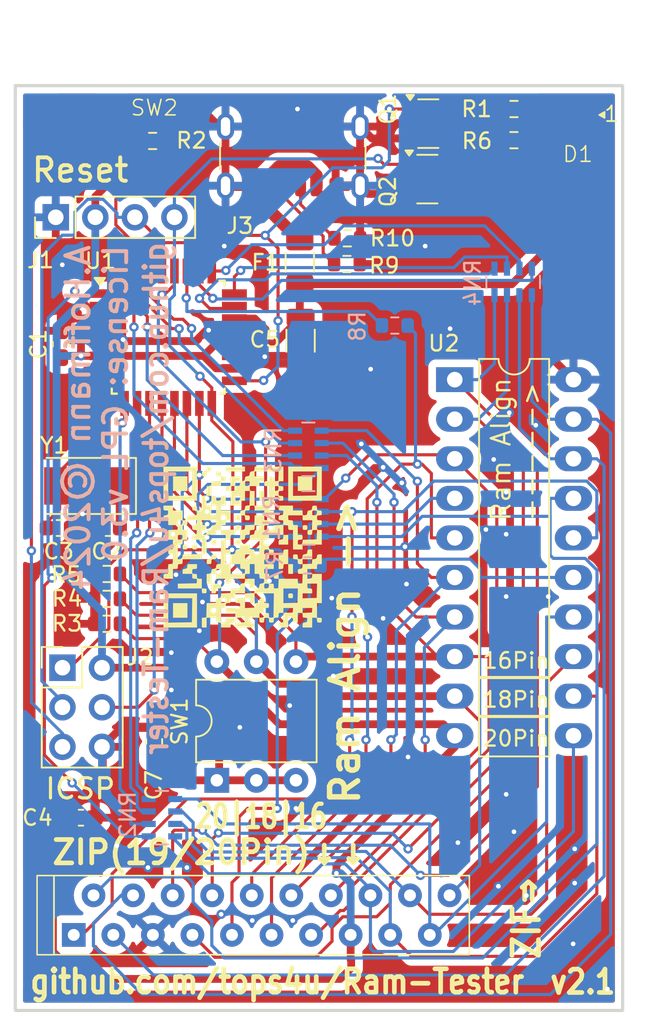
<source format=kicad_pcb>
(kicad_pcb (version 20240108) (generator "pcbnew") (generator_version "8.0")
  (title_block (comment 4 "AISLER Project ID: NZEQZVCZ"))
  (layers (0 "F.Cu" signal) (31 "B.Cu" signal) (34 "B.Paste" user) (35 "F.Paste" user) (36 "B.SilkS" user "B.Silkscreen") (37 "F.SilkS" user "F.Silkscreen") (38 "B.Mask" user) (39 "F.Mask" user) (44 "Edge.Cuts" user))
  (net 0 "")
  (net 1 "Net-(U1-XTAL2{slash}PB7)")
  (net 2 "Net-(U1-XTAL1{slash}PB6)")
  (net 3 "Net-(D1-K2)")
  (net 4 "Net-(RN3-R1.1)")
  (net 5 "Net-(RN3-R2.1)")
  (net 6 "Net-(U1-PC4)")
  (net 7 "Net-(U2-A8)")
  (net 8 "Net-(U2-N{slash}C)")
  (net 9 "Net-(RN1-R4.1)")
  (net 10 "Net-(RN1-R3.1)")
  (net 11 "Net-(RN1-R2.1)")
  (net 12 "Net-(RN1-R2.2)")
  (net 13 "Net-(RN1-R3.2)")
  (net 14 "Net-(U1-PC5)")
  (net 15 "Net-(J2-Pin_4)")
  (net 16 "Net-(RN1-R4.2)")
  (net 17 "Net-(RN2-R1.1)")
  (net 18 "Net-(RN2-R4.1)")
  (net 19 "Net-(RN2-R4.2)")
  (net 20 "Net-(RN2-R2.1)")
  (net 21 "Net-(J2-Pin_5)")
  (net 22 "/5V")
  (net 23 "/GND")
  (net 24 "Net-(RN2-R2.2)")
  (net 25 "Net-(RN2-R3.1)")
  (net 26 "Net-(RN2-R3.2)")
  (net 27 "Net-(RN2-R1.2)")
  (net 28 "Net-(RN3-R1.2)")
  (net 29 "Net-(RN3-R4.2)")
  (net 30 "Net-(RN3-R3.1)")
  (net 31 "Net-(RN3-R3.2)")
  (net 32 "Net-(RN3-R2.2)")
  (net 33 "Net-(RN4-R1.2)")
  (net 34 "Net-(RN4-R1.1)")
  (net 35 "Net-(RN4-R2.1)")
  (net 36 "Net-(RN4-R4.2)")
  (net 37 "Net-(RN4-R3.1)")
  (net 38 "Net-(RN4-R3.2)")
  (net 39 "Net-(RN4-R2.2)")
  (net 40 "Net-(RN4-R4.1)")
  (net 41 "Net-(Q1-D)")
  (net 42 "Net-(Q2-D)")
  (net 43 "Net-(J3-CC2)")
  (net 44 "Net-(F1-Pad1)")
  (net 45 "Net-(J3-CC1)")
  (net 46 "Net-(D1-K1)")
  (net 47 "Net-(J1-Pin_4)")
  (net 48 "Net-(J1-Pin_3)")
  (net 49 "Net-(RN3-R4.1)")
  (net 50 "Net-(RN1-R1.1)")
  (footprint "Connector_PinHeader_2.54mm:PinHeader_1x04_P2.54mm_Vertical" (layer "F.Cu") (at 107.58 72.45 90)
    (property "Reference" "J1")
    (property "Value" "Conn_01x04_Pin" (hide yes))
  )
  (footprint "Resistor_SMD:R_0603_1608Metric" (layer "F.Cu") (at 137 65.5 180)
    (property "Reference" "R1")
    (property "Value" "150R" (hide yes))
  )
  (footprint "Capacitor_SMD:C_1206_3216Metric" (layer "F.Cu") (at 123.3 80.375 -90)
    (property "Reference" "C5")
    (property "Value" "10uF")
  )
  (footprint "Resistor_SMD:R_0603_1608Metric" (layer "F.Cu") (at 110.875 96.95)
    (property "Reference" "R4")
    (property "Value" "1M")
  )
  (footprint "Resistor_SMD:R_0603_1608Metric" (layer "F.Cu") (at 110.875 95.35)
    (property "Reference" "R5")
    (property "Value" "1M")
  )
  (footprint "Resistor_SMD:R_0603_1608Metric" (layer "F.Cu") (at 137 67.5)
    (property "Reference" "R6")
    (property "Value" "470R" (hide yes))
  )
  (footprint "Capacitor_SMD:C_0603_1608Metric" (layer "F.Cu") (at 107.775 92.4)
    (property "Reference" "C3")
    (property "Value" "15pF")
  )
  (footprint "Capacitor_SMD:C_0603_1608Metric" (layer "F.Cu") (at 110.925 92.4 180)
    (property "Reference" "C2")
    (property "Value" "15pF")
  )
  (footprint "LED_SMD:LED_SMD_RG_AKAK" (layer "F.Cu") (at 141.1125 66.5 180)
    (property "Reference" "D1")
    (property "Value" "VS 3JD8" (hide yes))
  )
  (footprint "Package_QFP:TQFP-32_7x7mm_P0.8mm" (layer "F.Cu") (at 114.8 80.15)
    (property "Reference" "U1")
    (property "Value" "ATmega328-P")
  )
  (footprint "Capacitor_SMD:C_0603_1608Metric_Pad1.08x0.95mm_HandSolder" (layer "F.Cu") (at 113.9 106.1 -90)
    (property "Reference" "C7")
    (property "Value" "100nF")
  )
  (footprint "Resistor_SMD:R_0603_1608Metric" (layer "F.Cu") (at 110.875 98.55)
    (property "Reference" "R3")
    (property "Value" "1M")
  )
  (footprint "Capacitor_SMD:C_0603_1608Metric_Pad1.08x0.95mm_HandSolder" (layer "F.Cu") (at 109.2 111 180)
    (property "Reference" "C4")
    (property "Value" "100nF")
  )
  (footprint "Resistor_SMD:R_0603_1608Metric" (layer "F.Cu") (at 126.3 73.8)
    (property "Reference" "R10")
    (property "Value" "5.1k")
  )
  (footprint "Package_TO_SOT_SMD:SOT-23" (layer "F.Cu") (at 131.5 66.4375)
    (property "Reference" "Q1")
    (property "Value" "BSS138" (hide yes))
  )
  (footprint "LOGO" (layer "F.Cu") (at 119.6 93.6)
    (property "Reference" "G***" (hide yes))
    (property "Value" "LOGO" (hide yes))
  )
  (footprint "Package_DIP:DIP-6_W7.62mm" (layer "F.Cu") (at 117.92 108.6 90)
    (property "Reference" "SW1")
    (property "Value" "SW_DIP_x03")
  )
  (footprint "Capacitor_SMD:C_0603_1608Metric_Pad1.08x0.95mm_HandSolder" (layer "F.Cu") (at 107.9 80.6 90)
    (property "Reference" "C1")
    (property "Value" "100nF")
  )
  (footprint "Fuse:Fuse_1206_3216Metric" (layer "F.Cu") (at 123.25 75.35 -90)
    (property "Reference" "F1")
    (property "Value" "0.5A")
  )
  (footprint "Button_Switch_SMD:TLZWLA_Button" (layer "F.Cu") (at 108.95 58.75)
    (property "Reference" "SW2")
    (property "Value" "SW_Push" (hide yes))
  )
  (footprint "Resistor_SMD:R_0603_1608Metric" (layer "F.Cu") (at 126.275 75.45)
    (property "Reference" "R9")
    (property "Value" "5.1k")
  )
  (footprint "Resistor_SMD:R_0603_1608Metric" (layer "F.Cu") (at 113.8 67.55 180)
    (property "Reference" "R2")
    (property "Value" "1k")
  )
  (footprint "Crystal:Crystal_SMD_5032-2Pin_5.0x3.2mm" (layer "F.Cu") (at 109.6825 89.7 180)
    (property "Reference" "Y1")
    (property "Value" "16MHZ")
  )
  (footprint "Package_TO_SOT_SMD:SOT-23" (layer "F.Cu") (at 131.4375 70)
    (property "Reference" "Q2")
    (property "Value" "BSS138" (hide yes))
  )
  (footprint "Connector_USB:USB_C_Receptacle_GCT_USB4125-xx-x-0190_6P_TopMnt_Horizontal" (layer "F.Cu") (at 122.8 67.425 180)
    (property "Reference" "J3")
    (property "Value" "KUSBX-SMT-CS-6-BTR" (hide yes))
  )
  (footprint "Connector_PinHeader_2.54mm:PinHeader_2x03_P2.54mm_Vertical" (layer "F.Cu") (at 108.01 101.37)
    (property "Reference" "J2")
    (property "Value" "ICSP" (hide yes))
  )
  (footprint "Package_DIP:ZIP-20" (layer "F.Cu") (at 120.165 110.905)
    (property "Reference" "U3" (hide yes))
    (property "Value" "ZIP Socket" (hide yes))
  )
  (footprint "Package_DIP:DIP-20_W7.62mm_LongPads" (layer "F.Cu") (at 133.2 82.875)
    (property "Reference" "U2")
    (property "Value" "RAM / ZIF")
  )
  (footprint "Resistor_SMD:R_0603_1608Metric" (layer "B.Cu") (at 129.35 79.4)
    (property "Reference" "R8")
    (property "Value" "47R")
  )
  (footprint "Resistor_SMD:R_Array_Concave_4x0603" (layer "B.Cu") (at 114.4 111 180)
    (property "Reference" "RN2")
    (property "Value" "47R")
  )
  (footprint "Resistor_SMD:R_0603_1608Metric" (layer "B.Cu") (at 123.75 94.8)
    (property "Reference" "R7")
    (property "Value" "47R")
  )
  (footprint "Resistor_SMD:R_Array_Concave_4x0603" (layer "B.Cu") (at 123.8 87.35 180)
    (property "Reference" "RN3")
    (property "Value" "47R")
  )
  (footprint "Resistor_SMD:R_Array_Concave_4x0603" (layer "B.Cu") (at 136.95 76.6 90)
    (property "Reference" "RN4")
    (property "Value" "47R")
  )
  (footprint "Resistor_SMD:R_Array_Concave_4x0603" (layer "B.Cu") (at 123.8 91.75 180)
    (property "Reference" "RN1")
    (property "Value" "47R")
  )
  (gr_line (start 139.2 102) (end 134.8 102) (stroke (width 0.2)) (layer "F.SilkS"))
  (gr_rect (start 106.38 114.715) (end 107.465 119.8) (stroke (width 0.1)) (fill none) (layer "F.SilkS"))
  (gr_line (start 134.8 104.5) (end 139.2 104.5) (stroke (width 0.2)) (layer "F.SilkS"))
  (gr_rect (start 104.98 64) (end 143.98 123.375) (stroke (width 0.2)) (fill none) (layer "Edge.Cuts"))
  (gr_text "github.com/tops4u/Ram-Tester" (at 114.9 107.1 90) (layer "B.SilkS") (effects (font (size 1.5 1.35) (thickness 0.25) (bold yes)) (justify right bottom mirror)))
  (gr_text "A.Hoffmann ©2024\nLicense: GPL v3.0" (at 112.3 74.1 90) (layer "B.SilkS") (effects (font (size 1.5 1.5) (thickness 0.25) (bold yes)) (justify left bottom mirror)))
  (gr_text "Ram Align\n----->" (at 138.8 92.05 90) (layer "F.SilkS") (effects (font (size 1.2 1.2)) (justify left bottom)))
  (gr_text "20Pin" (at 134.9 106.5 0) (layer "F.SilkS") (effects (font (size 1 1)) (justify left bottom)))
  (gr_text "Reset\n" (at 109.15 70.3 0) (layer "F.SilkS") (effects (font (size 1.5 1.5) (thickness 0.25) (bold yes)) (justify bottom)))
  (gr_text "v2.1" (at 141.42 122.42 0) (layer "F.SilkS") (effects (font (size 1.5 1.3) (thickness 0.3) (bold yes)) (justify bottom)))
  (gr_text "16Pin" (at 134.9 101.5 0) (layer "F.SilkS") (effects (font (size 1 1)) (justify left bottom)))
  (gr_text "ICSP" (at 106.8 109.9 0) (layer "F.SilkS") (effects (font (size 1.3 1.3) (thickness 0.2)) (justify left bottom)))
  (gr_text "20|18|16" (at 116.4 111.8 0) (layer "F.SilkS") (effects (font (size 1.5 1.1) (thickness 0.275) (bold yes)) (justify left bottom)))
  (gr_text "ZIP(19/20Pin)↓↓" (at 117.5 114.1 0) (layer "F.SilkS") (effects (font (size 1.5 1.5) (thickness 0.3) (bold yes)) (justify bottom)))
  (gr_text "18Pin" (at 134.9 104 0) (layer "F.SilkS") (effects (font (size 1 1)) (justify left bottom)))
  (gr_text "github.com/tops4u/Ram-Tester" (at 121.8 122.4 0) (layer "F.SilkS") (effects (font (size 1.5 1.3) (thickness 0.3) (bold yes)) (justify bottom)))
  (gr_text "Ram Align —>" (at 127.2 90.4 90) (layer "F.SilkS") (effects (font (size 1.8 1.8) (thickness 0.35) (bold yes)) (justify right bottom)))
  (gr_text "ZIF⇒" (at 138.8 117.4 90) (layer "F.SilkS") (effects (font (size 1.7 1.5) (thickness 0.3) (bold yes)) (justify bottom)))
  (segment (start 111 83.4) (end 111 89.1675) (width 0.2) (layer "F.Cu") (net 1))
  (segment (start 111.5325 89.7) (end 111.5325 92.2325) (width 0.2) (layer "F.Cu") (net 1))
  (segment (start 110.55 82.95) (end 111 83.4) (width 0.2) (layer "F.Cu") (net 1))
  (segment (start 111.5325 92.2325) (end 111.7 92.4) (width 0.2) (layer "F.Cu") (net 1))
  (segment (start 111 89.1675) (end 111.5325 89.7) (width 0.2) (layer "F.Cu") (net 1))
  (segment (start 107.8325 91.2017) (end 107 92.0342) (width 0.2) (layer "F.Cu") (net 2))
  (segment (start 109.3 87.3) (end 109.3 82.2983) (width 0.2) (layer "F.Cu") (net 2))
  (segment (start 107.8325 90.4508) (end 107.8325 91.2017) (width 0.2) (layer "F.Cu") (net 2))
  (segment (start 109.4483 82.15) (end 110.55 82.15) (width 0.2) (layer "F.Cu") (net 2))
  (segment (start 107.8325 88.7675) (end 109.3 87.3) (width 0.2) (layer "F.Cu") (net 2))
  (segment (start 109.3 82.2983) (end 109.4483 82.15) (width 0.2) (layer "F.Cu") (net 2))
  (segment (start 107 92.0342) (end 107 92.4) (width 0.2) (layer "F.Cu") (net 2))
  (segment (start 107.8325 89.7) (end 107.8325 88.7675) (width 0.2) (layer "F.Cu") (net 2))
  (segment (start 107.8325 90.4508) (end 107.8325 89.7) (width 0.2) (layer "F.Cu") (net 2))
  (segment (start 138.5 65.5) (end 139 66) (width 0.2) (layer "F.Cu") (net 3))
  (segment (start 137.825 65.5) (end 138.5 65.5) (width 0.2) (layer "F.Cu") (net 3))
  (segment (start 139 66) (end 140.5725 66) (width 0.2) (layer "F.Cu") (net 3))
  (segment (start 130.8 89.4) (end 130.8 94.6767) (width 0.2) (layer "F.Cu") (net 4))
  (segment (start 131.6983 95.575) (end 133.2 95.575) (width 0.2) (layer "F.Cu") (net 4))
  (segment (start 130.8 94.6767) (end 131.6983 95.575) (width 0.2) (layer "F.Cu") (net 4))
  (segment (start 121.435 114.865) (end 121.435 118.525) (width 0.2) (layer "F.Cu") (net 4))
  (segment (start 129.1 106) (end 129.1 107.2) (width 0.2) (layer "F.Cu") (net 4))
  (segment (start 129.1 107.2) (end 121.435 114.865) (width 0.2) (layer "F.Cu") (net 4))
  (via (at 129.1 106) (size 0.6) (drill 0.3) (layers "F.Cu" "B.Cu") (net 4))
  (via (at 130.8 89.4) (size 0.6) (drill 0.3) (layers "F.Cu" "B.Cu") (net 4))
  (segment (start 132.8691 95.575) (end 133.2 95.575) (width 0.2) (layer "B.Cu") (net 4))
  (segment (start 127.55 86.15) (end 124.65 86.15) (width 0.2) (layer "B.Cu") (net 4))
  (segment (start 129.45 98.9941) (end 132.8691 95.575) (width 0.2) (layer "B.Cu") (net 4))
  (segment (start 130.8 89.4) (end 127.55 86.15) (width 0.2) (layer "B.Cu") (net 4))
  (segment (start 129.1 106) (end 129.45 105.65) (width 0.2) (layer "B.Cu") (net 4))
  (segment (start 129.45 105.65) (end 129.45 98.9941) (width 0.2) (layer "B.Cu") (net 4))
  (segment (start 122.705 115.9695) (end 122.705 115.985) (width 0.2) (layer "F.Cu") (net 5))
  (segment (start 125.4091 113.2654) (end 122.705 115.9695) (width 0.2) (layer "F.Cu") (net 5))
  (segment (start 130.715 98.115) (end 133.2 98.115) (width 0.2) (layer "F.Cu") (net 5))
  (segment (start 129.3 96.7) (end 130.715 98.115) (width 0.2) (layer "F.Cu") (net 5))
  (segment (start 131.3 106) (end 131.3 107.35) (width 0.2) (layer "F.Cu") (net 5))
  (segment (start 125.4092 113.2654) (end 125.4091 113.2654) (width 0.2) (layer "F.Cu") (net 5))
  (segment (start 125.4092 113.2408) (end 125.4092 113.2654) (width 0.2) (layer "F.Cu") (net 5))
  (segment (start 131.3 107.35) (end 125.4092 113.2408) (width 0.2) (layer "F.Cu") (net 5))
  (segment (start 129.3 90.75) (end 129.3 96.7) (width 0.2) (layer "F.Cu") (net 5))
  (via (at 129.3 90.75) (size 0.6) (drill 0.3) (layers "F.Cu" "B.Cu") (net 5))
  (via (at 131.3 106) (size 0.6) (drill 0.3) (layers "F.Cu" "B.Cu") (net 5))
  (segment (start 129.3 90.234314) (end 126.015686 86.95) (width 0.2) (layer "B.Cu") (net 5))
  (segment (start 126.015686 86.95) (end 124.65 86.95) (width 0.2) (layer "B.Cu") (net 5))
  (segment (start 131.3 106) (end 131.25 105.95) (width 0.2) (layer "B.Cu") (net 5))
  (segment (start 131.25 100.065) (end 133.2 98.115) (width 0.2) (layer "B.Cu") (net 5))
  (segment (start 129.3 90.75) (end 129.3 90.234314) (width 0.2) (layer "B.Cu") (net 5))
  (segment (start 131.25 105.95) (end 131.25 100.065) (width 0.2) (layer "B.Cu") (net 5))
  (segment (start 116 77.590017) (end 116 75.9) (width 0.2) (layer "F.Cu") (net 6))
  (segment (start 115.956663 77.633354) (end 116 77.590017) (width 0.2) (layer "F.Cu") (net 6))
  (via (at 115.956663 77.633354) (size 0.6) (drill 0.3) (layers "F.Cu" "B.Cu") (net 6))
  (segment (start 127.625 78.5) (end 128.525 79.4) (width 0.2) (layer "B.Cu") (net 6))
  (segment (start 116 78.5) (end 127.625 78.5) (width 0.2) (layer "B.Cu") (net 6))
  (segment (start 115.956663 77.633354) (end 116 77.676691) (width 0.2) (layer "B.Cu") (net 6))
  (segment (start 128.225 79.7) (end 128.525 79.4) (width 0.2) (layer "B.Cu") (net 6))
  (segment (start 116 77.676691) (end 116 78.5) (width 0.2) (layer "B.Cu") (net 6))
  (segment (start 134.8 95) (end 134.2 94.4) (width 0.2) (layer "B.Cu") (net 7))
  (segment (start 134.8 96.7678) (end 134.8 114.05) (width 0.2) (layer "B.Cu") (net 7))
  (segment (start 134.8 114.05) (end 132.865 115.985) (width 0.2) (layer "B.Cu") (net 7))
  (segment (start 134.8 96.7678) (end 134.8 95) (width 0.2) (layer "B.Cu") (net 7))
  (segment (start 134.825 95.575) (end 140.82 95.575) (width 0.2) (layer "B.Cu") (net 7))
  (segment (start 124.975 94.4) (end 124.575 94.8) (width 0.2) (layer "B.Cu") (net 7))
  (segment (start 134.2 94.4) (end 124.975 94.4) (width 0.2) (layer "B.Cu") (net 7))
  (segment (start 120.165 114.635) (end 120.165 115.985) (width 0.2) (layer "F.Cu") (net 8))
  (segment (start 131.1 88.3) (end 130.8 88.3) (width 0.2) (layer "F.Cu") (net 8))
  (segment (start 127.57605 99.37605) (end 127.57605 90.525421) (width 0.2) (layer "F.Cu") (net 8))
  (segment (start 133.2 93.035) (end 131.6983 93.035) (width 0.2) (layer "F.Cu") (net 8))
  (segment (start 129.801471 88.3) (end 130.8 88.3) (width 0.2) (layer "F.Cu") (net 8))
  (segment (start 127.5 107.3) (end 120.165 114.635) (width 0.2) (layer "F.Cu") (net 8))
  (segment (start 131.6983 88.8983) (end 131.1 88.3) (width 0.2) (layer "F.Cu") (net 8))
  (segment (start 131.6983 93.035) (end 131.6983 88.8983) (width 0.2) (layer "F.Cu") (net 8))
  (segment (start 127.5 106) (end 127.5 107.3) (width 0.2) (layer "F.Cu") (net 8))
  (segment (start 127.6 99.4) (end 127.57605 99.37605) (width 0.2) (layer "F.Cu") (net 8))
  (segment (start 127.57605 90.525421) (end 129.801471 88.3) (width 0.2) (layer "F.Cu") (net 8))
  (via (at 127.5 106) (size 0.6) (drill 0.3) (layers "F.Cu" "B.Cu") (net 8))
  (via (at 127.6 99.4) (size 0.6) (drill 0.3) (layers "F.Cu" "B.Cu") (net 8))
  (via (at 130.8 88.3) (size 0.6) (drill 0.3) (layers "F.Cu" "B.Cu") (net 8))
  (segment (start 127.6 99.4) (end 127.6 105.9) (width 0.2) (layer "B.Cu") (net 8))
  (segment (start 130.8 88.3) (end 130.68 88.18) (width 0.2) (layer "B.Cu") (net 8))
  (segment (start 130.68 88.18) (end 130.68 79.905) (width 0.2) (layer "B.Cu") (net 8))
  (segment (start 130.68 79.905) (end 130.175 79.4) (width 0.2) (layer "B.Cu") (net 8))
  (segment (start 127.6 105.9) (end 127.5 106) (width 0.2) (layer "B.Cu") (net 8))
  (segment (start 141.5758 94.35) (end 142.3329 95.1071) (width 0.2) (layer "B.Cu") (net 9))
  (segment (start 129.808986 92.95) (end 124.65 92.95) (width 0.2) (layer "B.Cu") (net 9))
  (segment (start 111.19 114.8) (end 110.005 115.985) (width 0.2) (layer "B.Cu") (net 9))
  (segment (start 142.3329 112.6671) (end 134.9946 120.0054) (width 0.2) (layer "B.Cu") (net 9))
  (segment (start 139.3183 90.495) (end 139.3183 94.1393) (width 0.2) (layer "B.Cu") (net 9))
  (segment (start 142.3329 95.1071) (end 142.3329 112.6671) (width 0.2) (layer "B.Cu") (net 9))
  (segment (start 116.4 115.2) (end 116 114.8) (width 0.2) (layer "B.Cu") (net 9))
  (segment (start 140.82 90.495) (end 139.3183 90.495) (width 0.2) (layer "B.Cu") (net 9))
  (segment (start 139.3183 94.1393) (end 139.529 94.35) (width 0.2) (layer "B.Cu") (net 9))
  (segment (start 116.4 116.4282) (end 116.4 115.2) (width 0.2) (layer "B.Cu") (net 9))
  (segment (start 139.3183 91.65) (end 131.108986 91.65) (width 0.2) (layer "B.Cu") (net 9))
  (segment (start 116 114.8) (end 111.19 114.8) (width 0.2) (layer "B.Cu") (net 9))
  (segment (start 139.529 94.35) (end 141.5758 94.35) (width 0.2) (layer "B.Cu") (net 9))
  (segment (start 117.6 117.6282) (end 116.4 116.4282) (width 0.2) (layer "B.Cu") (net 9))
  (segment (start 134.9946 120.0054) (end 118.4054 120.0054) (width 0.2) (layer "B.Cu") (net 9))
  (segment (start 118.4054 120.0054) (end 117.6 119.2) (width 0.2) (layer "B.Cu") (net 9))
  (segment (start 131.108986 91.65) (end 129.808986 92.95) (width 0.2) (layer "B.Cu") (net 9))
  (segment (start 117.6 119.2) (end 117.6 117.6282) (width 0.2) (layer "B.Cu") (net 9))
  (segment (start 139.3183 94.1393) (end 139.3183 91.65) (width 0.2) (layer "B.Cu") (net 9))
  (segment (start 119.35 110.95) (end 119.35 114.71) (width 0.2) (layer "F.Cu") (net 10))
  (segment (start 119.35 114.71) (end 118.895 115.165) (width 0.2) (layer "F.Cu") (net 10))
  (segment (start 118.895 115.165) (end 118.895 118.525) (width 0.2) (layer "F.Cu") (net 10))
  (segment (start 119.9 110.4) (end 119.35 110.95) (width 0.2) (layer "F.Cu") (net 10))
  (segment (start 121.8 110.4) (end 119.9 110.4) (width 0.2) (layer "F.Cu") (net 10))
  (via (at 121.8 110.4) (size 0.6) (drill 0.3) (layers "F.Cu" "B.Cu") (net 10))
  (segment (start 121.8 99.2219) (end 123.8585 97.1634) (width 0.2) (layer "B.Cu") (net 10))
  (segment (start 123.8585 97.1634) (end 123.8585 92.1898) (width 0.2) (layer "B.Cu") (net 10))
  (segment (start 133.2 90.495) (end 131.6983 90.495) (width 0.2) (layer "B.Cu") (net 10))
  (segment (start 123.8585 92.1898) (end 123.8983 92.15) (width 0.2) (layer "B.Cu") (net 10))
  (segment (start 131.6983 90.495) (end 130.0433 92.15) (width 0.2) (layer "B.Cu") (net 10))
  (segment (start 121.8 110.4) (end 121.8 99.2219) (width 0.2) (layer "B.Cu") (net 10))
  (segment (start 130.0433 92.15) (end 124.65 92.15) (width 0.2) (layer "B.Cu") (net 10))
  (segment (start 123.8983 92.15) (end 124.65 92.15) (width 0.2) (layer "B.Cu") (net 10))
  (segment (start 111.2 116.6) (end 111.2 114.6) (width 0.2) (layer "F.Cu") (net 11))
  (segment (start 124 109.8) (end 126.45 107.35) (width 0.2) (layer "F.Cu") (net 11))
  (segment (start 109.275 118.525) (end 111.2 116.6) (width 0.2) (layer "F.Cu") (net 11))
  (segment (start 111.2 114.6) (end 116 109.8) (width 0.2) (layer "F.Cu") (net 11))
  (segment (start 116 109.8) (end 124 109.8) (width 0.2) (layer "F.Cu") (net 11))
  (segment (start 126.45 107.35) (end 126.45 106) (width 0.2) (layer "F.Cu") (net 11))
  (segment (start 126.6 98.1) (end 126.6 98) (width 0.2) (layer "F.Cu") (net 11))
  (segment (start 126.6 91.35) (end 126.6 98.1) (width 0.2) (layer "F.Cu") (net 11))
  (segment (start 108.735 118.525) (end 109.275 118.525) (width 0.2) (layer "F.Cu") (net 11))
  (via (at 126.45 106) (size 0.6) (drill 0.3) (layers "F.Cu" "B.Cu") (net 11))
  (via (at 126.6 98.1) (size 0.6) (drill 0.3) (layers "F.Cu" "B.Cu") (net 11))
  (via (at 126.6 91.35) (size 0.6) (drill 0.3) (layers "F.Cu" "B.Cu") (net 11))
  (segment (start 140.82 93.035) (end 142.3217 93.035) (width 0.2) (layer "B.Cu") (net 11))
  (segment (start 141.6699 89.3867) (end 142.3217 90.0385) (width 0.2) (layer "B.Cu") (net 11))
  (segment (start 142.3217 90.0385) (end 142.3217 93.035) (width 0.2) (layer "B.Cu") (net 11))
  (segment (start 126.6 105.85) (end 126.6 98.1) (width 0.2) (layer "B.Cu") (net 11))
  (segment (start 126.45 106) (end 126.6 105.85) (width 0.2) (layer "B.Cu") (net 11))
  (segment (start 140.82 93.035) (end 142.3217 93.035) (width 0.2) (layer "B.Cu") (net 11))
  (segment (start 129.8882 91.35) (end 131.8515 89.3867) (width 0.2) (layer "B.Cu") (net 11))
  (segment (start 126.6 91.35) (end 129.8882 91.35) (width 0.2) (layer "B.Cu") (net 11))
  (segment (start 124.65 91.35) (end 126.6 91.35) (width 0.2) (layer "B.Cu") (net 11))
  (segment (start 131.8515 89.3867) (end 141.6699 89.3867) (width 0.2) (layer "B.Cu") (net 11))
  (segment (start 116 90.05) (end 116 84.4) (width 0.2) (layer "F.Cu") (net 12))
  (segment (start 117.3 91.35) (end 116 90.05) (width 0.2) (layer "F.Cu") (net 12))
  (via (at 117.3 91.35) (size 0.6) (drill 0.3) (layers "F.Cu" "B.Cu") (net 12))
  (segment (start 117.3 91.35) (end 122.95 91.35) (width 0.2) (layer "B.Cu") (net 12))
  (segment (start 117.251471 92.15) (end 115.2 90.098529) (width 0.2) (layer "F.Cu") (net 13))
  (segment (start 117.3 92.15) (end 117.251471 92.15) (width 0.2) (layer "F.Cu") (net 13))
  (segment (start 115.2 90.098529) (end 115.2 84.4) (width 0.2) (layer "F.Cu") (net 13))
  (via (at 117.3 92.15) (size 0.6) (drill 0.3) (layers "F.Cu" "B.Cu") (net 13))
  (segment (start 117.3 92.15) (end 122.95 92.15) (width 0.2) (layer "B.Cu") (net 13))
  (segment (start 126.55 120.65) (end 126.55 120.15) (width 0.5) (layer "F.Cu") (net 14))
  (segment (start 114.4 77.4) (end 114.575 77.4) (width 0.2) (layer "F.Cu") (net 14))
  (segment (start 121.0547 92.9453) (end 121.0547 86.872) (width 0.2) (layer "F.Cu") (net 14))
  (segment (start 125.6 114.56655) (end 125.6 114.06265) (width 0.5) (layer "F.Cu") (net 14))
  (segment (start 125.6 114.06265) (end 133.2 106.46265) (width 0.5) (layer "F.Cu") (net 14))
  (segment (start 112.65 99.5) (end 111.7 98.55) (width 0.2) (layer "F.Cu") (net 14))
  (segment (start 126.515 120.115) (end 126.515 118.525) (width 0.5) (layer "F.Cu") (net 14))
  (segment (start 114.575 77.4) (end 115.2 76.775) (width 0.2) (layer "F.Cu") (net 14))
  (segment (start 117.92 100.98) (end 116.44 99.5) (width 0.2) (layer "F.Cu") (net 14))
  (segment (start 118.1 95.9) (end 121.0547 92.9453) (width 0.2) (layer "F.Cu") (net 14))
  (segment (start 133.2 106.3253) (end 133.2 105.735) (width 0.2) (layer "F.Cu") (net 14))
  (segment (start 126.55 120.15) (end 126.515 120.115) (width 0.5) (layer "F.Cu") (net 14))
  (segment (start 125.85 121.35) (end 126.55 120.65) (width 0.5) (layer "F.Cu") (net 14))
  (segment (start 116.44 99.5) (end 112.65 99.5) (width 0.2) (layer "F.Cu") (net 14))
  (segment (start 106.25 121.35) (end 125.85 121.35) (width 0.5) (layer "F.Cu") (net 14))
  (segment (start 120 103.06) (end 121.94 105) (width 0.5) (layer "F.Cu") (net 14))
  (segment (start 133.2 106.46265) (end 133.2 106.3253) (width 0.5) (layer "F.Cu") (net 14))
  (segment (start 108.25 111) (end 108.25 112.9) (width 0.5) (layer "F.Cu") (net 14))
  (segment (start 132.465 105) (end 133.2 105.735) (width 0.5) (layer "F.Cu") (net 14))
  (segment (start 108.25 112.9) (end 106.25 114.9) (width 0.5) (layer "F.Cu") (net 14))
  (segment (start 115.2 76.775) (end 115.2 75.9) (width 0.2) (layer "F.Cu") (net 14))
  (segment (start 106.25 114.9) (end 106.25 121.35) (width 0.5) (layer "F.Cu") (net 14))
  (segment (start 121.94 105) (end 126.6 105) (width 0.5) (layer "F.Cu") (net 14))
  (segment (start 117.92 100.98) (end 120 103.06) (width 0.5) (layer "F.Cu") (net 14))
  (segment (start 126.3808 105) (end 132.465 105) (width 0.5) (layer "F.Cu") (net 14))
  (via (at 125.6 114.56655) (size 0.6) (drill 0.3) (layers "F.Cu" "B.Cu") (net 14))
  (via (at 114.4 77.4) (size 0.6) (drill 0.3) (layers "F.Cu" "B.Cu") (net 14))
  (via (at 121.0547 86.872) (size 0.6) (drill 0.3) (layers "F.Cu" "B.Cu") (net 14))
  (via (at 118.1 95.9) (size 0.6) (drill 0.3) (layers "F.Cu" "B.Cu") (net 14))
  (segment (start 125.6 114.56655) (end 125.883275 114.56655) (width 0.5) (layer "B.Cu") (net 14))
  (segment (start 114.1668 77.6332) (end 114.1668 81.5668) (width 0.2) (layer "B.Cu") (net 14))
  (segment (start 119.472 86.872) (end 121.0547 86.872) (width 0.2) (layer "B.Cu") (net 14))
  (segment (start 118.1 100.8) (end 117.92 100.98) (width 0.2) (layer "B.Cu") (net 14))
  (segment (start 126.515 115.198275) (end 126.515 118.525) (width 0.5) (layer "B.Cu") (net 14))
  (segment (start 114.1668 81.5668) (end 119.472 86.872) (width 0.2) (layer "B.Cu") (net 14))
  (segment (start 114.4 77.4) (end 114.1668 77.6332) (width 0.2) (layer "B.Cu") (net 14))
  (segment (start 118.1 95.9) (end 118.1 100.8) (width 0.2) (layer "B.Cu") (net 14))
  (segment (start 125.883275 114.56655) (end 126.515 115.198275) (width 0.5) (layer "B.Cu") (net 14))
  (segment (start 114 102.8) (end 113.9 102.9) (width 0.2) (layer "F.Cu") (net 15))
  (segment (start 110.55 103.91) (end 112.89 103.91) (width 0.2) (layer "F.Cu") (net 15))
  (segment (start 113.9 102.9) (end 113.9 102.8) (width 0.2) (layer "F.Cu") (net 15))
  (segment (start 112.89 103.91) (end 113.9 102.9) (width 0.2) (layer "F.Cu") (net 15))
  (segment (start 117.3 90.5) (end 116.8 90) (width 0.2) (layer "F.Cu") (net 15))
  (segment (start 116.8 90) (end 116.8 84.4) (width 0.2) (layer "F.Cu") (net 15))
  (segment (start 110.56 103.9) (end 110.55 103.91) (width 0.2) (layer "F.Cu") (net 15))
  (segment (start 113.9 102.8) (end 114 102.8) (width 0.2) (layer "F.Cu") (net 15))
  (via (at 117.3 90.5) (size 0.6) (drill 0.3) (layers "F.Cu" "B.Cu") (net 15))
  (via (at 116.8 89) (size 0.6) (drill 0.3) (layers "F.Cu" "B.Cu") (net 15))
  (via (at 113.9 102.8) (size 0.6) (drill 0.3) (layers "F.Cu" "B.Cu") (net 15))
  (segment (start 115.7 90.1) (end 116.8 89) (width 0.2) (layer "B.Cu") (net 15))
  (segment (start 117.35 90.55) (end 122.95 90.55) (width 0.2) (layer "B.Cu") (net 15))
  (segment (start 117.3 90.5) (end 117.35 90.55) (width 0.2) (layer "B.Cu") (net 15))
  (segment (start 115.7 94.151471) (end 115.7 90.1) (width 0.2) (layer "B.Cu") (net 15))
  (segment (start 113.9 102.8) (end 113.9 95.951471) (width 0.2) (layer "B.Cu") (net 15))
  (segment (start 113.9 95.951471) (end 115.7 94.151471) (width 0.2) (layer "B.Cu") (net 15))
  (segment (start 117.3 93) (end 116.912171 93) (width 0.2) (layer "F.Cu") (net 16))
  (segment (start 114.4 90.487829) (end 114.4 84.4) (width 0.2) (layer "F.Cu") (net 16))
  (segment (start 116.912171 93) (end 114.4 90.487829) (width 0.2) (layer "F.Cu") (net 16))
  (via (at 117.3 93) (size 0.6) (drill 0.3) (layers "F.Cu" "B.Cu") (net 16))
  (segment (start 117.3 93) (end 117.35 92.95) (width 0.2) (layer "B.Cu") (net 16))
  (segment (start 117.35 92.95) (end 122.95 92.95) (width 0.2) (layer "B.Cu") (net 16))
  (segment (start 131.595 118.525) (end 131.595 111.395) (width 0.2) (layer "B.Cu") (net 17))
  (segment (start 131.59 111.4) (end 118.297059 111.4) (width 0.2) (layer "B.Cu") (net 17))
  (segment (start 139.1 111.2656) (end 131.8406 118.525) (width 0.2) (layer "B.Cu") (net 17))
  (segment (start 131.595 111.395) (end 131.59 111.4) (width 0.2) (layer "B.Cu") (net 17))
  (segment (start 116.697059 109.8) (end 115.25 109.8) (width 0.2) (layer "B.Cu") (net 17))
  (segment (start 139.1 98.115) (end 139.1 111.2656) (width 0.2) (layer "B.Cu") (net 17))
  (segment (start 118.297059 111.4) (end 116.697059 109.8) (width 0.2) (layer "B.Cu") (net 17))
  (segment (start 140.82 98.115) (end 139.1 98.115) (width 0.2) (layer "B.Cu") (net 17))
  (segment (start 131.8406 118.525) (end 131.595 118.525) (width 0.2) (layer "B.Cu") (net 17))
  (segment (start 115.25 112.45) (end 115.25 112.2) (width 0.2) (layer "B.Cu") (net 18))
  (segment (start 126.16655 113.96655) (end 124.710221 113.96655) (width 0.2) (layer "B.Cu") (net 18))
  (segment (start 117.4 114.6) (end 115.25 112.45) (width 0.2) (layer "B.Cu") (net 18))
  (segment (start 127.785 115.985) (end 127.785 115.585) (width 0.2) (layer "B.Cu") (net 18))
  (segment (start 124.710221 113.96655) (end 124.076771 114.6) (width 0.2) (layer "B.Cu") (net 18))
  (segment (start 124.076771 114.6) (end 117.4 114.6) (width 0.2) (layer "B.Cu") (net 18))
  (segment (start 127.785 119.385) (end 127.785 115.985) (width 0.2) (layer "B.Cu") (net 18))
  (segment (start 140.82 105.735) (end 140.82 111.88) (width 0.2) (layer "B.Cu") (net 18))
  (segment (start 127.9887 119.5887) (end 127.785 119.385) (width 0.2) (layer "B.Cu") (net 18))
  (segment (start 127.785 115.585) (end 126.16655 113.96655) (width 0.2) (layer "B.Cu") (net 18))
  (segment (start 133.1113 119.5887) (end 127.9887 119.5887) (width 0.2) (layer "B.Cu") (net 18))
  (segment (start 140.82 111.88) (end 133.1113 119.5887) (width 0.2) (layer "B.Cu") (net 18))
  (segment (start 108.63605 108.76395) (end 106.8489 106.9768) (width 0.2) (layer "F.Cu") (net 19))
  (segment (start 108.8 77.2) (end 109.75 78.15) (width 0.2) (layer "F.Cu") (net 19))
  (segment (start 106.8489 96.0961) (end 107.3341 95.6109) (width 0.2) (layer "F.Cu") (net 19))
  (segment (start 109.75 78.15) (end 110.55 78.15) (width 0.2) (layer "F.Cu") (net 19))
  (segment (start 106.8489 106.9768) (end 106.8489 96.0961) (width 0.2) (layer "F.Cu") (net 19))
  (via (at 108.8 77.2) (size 0.6) (drill 0.3) (layers "F.Cu" "B.Cu") (net 19))
  (via (at 108.63605 108.76395) (size 0.6) (drill 0.3) (layers "F.Cu" "B.Cu") (net 19))
  (via (at 107.3341 95.6109) (size 0.6) (drill 0.3) (layers "F.Cu" "B.Cu") (net 19))
  (segment (start 108.63605 108.76395) (end 112.0721 112.2) (width 0.2) (layer "B.Cu") (net 19))
  (segment (start 112.0721 112.2) (end 113.55 112.2) (width 0.2) (layer "B.Cu") (net 19))
  (segment (start 107.0857 78.9143) (end 107.0857 95.3625) (width 0.2) (layer "B.Cu") (net 19))
  (segment (start 108.8 77.2) (end 107.0857 78.9143) (width 0.2) (layer "B.Cu") (net 19))
  (segment (start 107.0857 95.3625) (end 107.3341 95.6109) (width 0.2) (layer "B.Cu") (net 19))
  (segment (start 139.1 116.2) (end 139.1 102.375) (width 0.2) (layer "F.Cu") (net 20))
  (segment (start 131.54 117.2) (end 138.1 117.2) (width 0.2) (layer "F.Cu") (net 20))
  (segment (start 130.325 115.985) (end 131.54 117.2) (width 0.2) (layer "F.Cu") (net 20))
  (segment (start 139.1 102.375) (end 140.82 100.655) (width 0.2) (layer "F.Cu") (net 20))
  (segment (start 138.1 117.2) (end 139.1 116.2) (width 0.2) (layer "F.Cu") (net 20))
  (segment (start 124.345399 113.2) (end 124.378849 113.16655) (width 0.2) (layer "B.Cu") (net 20))
  (segment (start 116.4 112.2) (end 117.4 113.2) (width 0.2) (layer "B.Cu") (net 20))
  (segment (start 116.4 111.3) (end 116.4 112.2) (width 0.2) (layer "B.Cu") (net 20))
  (segment (start 117.4 113.2) (end 124.345399 113.2) (width 0.2) (layer "B.Cu") (net 20))
  (segment (start 115.7 110.6) (end 116.4 111.3) (width 0.2) (layer "B.Cu") (net 20))
  (segment (start 115.25 110.6) (end 115.7 110.6) (width 0.2) (layer "B.Cu") (net 20))
  (segment (start 124.378849 113.16655) (end 127.50655 113.16655) (width 0.2) (layer "B.Cu") (net 20))
  (segment (start 127.50655 113.16655) (end 130.325 115.985) (width 0.2) (layer "B.Cu") (net 20))
  (segment (start 111.44 71.3) (end 113.715 69.025) (width 0.2) (layer "F.Cu") (net 21))
  (segment (start 113.3 74.8) (end 111.44 72.94) (width 0.2) (layer "F.Cu") (net 21))
  (segment (start 115.325 68.037648) (end 115.325 67.0625) (width 0.2) (layer "F.Cu") (net 21))
  (segment (start 111.44 72.94) (end 111.44 71.3) (width 0.2) (layer "F.Cu") (net 21))
  (segment (start 114.175 74.8) (end 113.3 74.8) (width 0.2) (layer "F.Cu") (net 21))
  (segment (start 114.4 75.9) (end 114.4 75.025) (width 0.2) (layer "F.Cu") (net 21))
  (segment (start 112.925 67.5) (end 112.975 67.55) (width 0.2) (layer "F.Cu") (net 21))
  (segment (start 114.4 75.025) (end 114.175 74.8) (width 0.2) (layer "F.Cu") (net 21))
  (segment (start 106.0158 68.1842) (end 106.7 67.5) (width 0.2) (layer "F.Cu") (net 21))
  (segment (start 115.325 67.0625) (end 114.9654 66.7029) (width 0.2) (layer "F.Cu") (net 21))
  (segment (start 106.0158 93.8602) (end 106.0158 68.1842) (width 0.2) (layer "F.Cu") (net 21))
  (segment (start 111.2 67.5) (end 112.925 67.5) (width 0.2) (layer "F.Cu") (net 21))
  (segment (start 114.337648 69.025) (end 115.325 68.037648) (width 0.2) (layer "F.Cu") (net 21))
  (segment (start 114.9654 66.7029) (end 113.8221 66.7029) (width 0.2) (layer "F.Cu") (net 21))
  (segment (start 113.8221 66.7029) (end 112.975 67.55) (width 0.2) (layer "F.Cu") (net 21))
  (segment (start 113.715 69.025) (end 114.337648 69.025) (width 0.2) (layer "F.Cu") (net 21))
  (segment (start 106.7 67.5) (end 111.2 67.5) (width 0.2) (layer "F.Cu") (net 21))
  (via (at 106.0158 93.8602) (size 0.6) (drill 0.3) (layers "F.Cu" "B.Cu") (net 21))
  (segment (start 108.01 106.45) (end 108.01 105.5862) (width 0.2) (layer "B.Cu") (net 21))
  (segment (start 108.01 105.5862) (end 106.0158 103.592) (width 0.2) (layer "B.Cu") (net 21))
  (segment (start 106.0158 103.592) (end 106.0158 93.8602) (width 0.2) (layer "B.Cu") (net 21))
  (segment (start 113.9 107.05) (end 115.45 108.6) (width 0.5) (layer "F.Cu") (net 22))
  (segment (start 109.375 79.75) (end 110.55 79.75) (width 0.5) (layer "F.Cu") (net 22))
  (segment (start 118.07 104.27) (end 115.17 101.37) (width 0.5) (layer "F.Cu") (net 22))
  (segment (start 109.2 79.925) (end 109.375 79.75) (width 0.5) (layer "F.Cu") (net 22))
  (segment (start 110.55 81.35) (end 117.075 81.35) (width 0.5) (layer "F.Cu") (net 22))
  (segment (start 112.765 68.475) (end 113.7 68.475) (width 0.5) (layer "F.Cu") (net 22))
  (segment (start 118.07 108.45) (end 118.07 104.27) (width 0.5) (layer "F.Cu") (net 22))
  (segment (start 136.862767 76.75) (end 123.25 76.75) (width 0.5) (layer "F.Cu") (net 22))
  (segment (start 121.05 80.55) (end 119.05 80.55) (width 0.5) (layer "F.Cu") (net 22))
  (segment (start 115.45 108.6) (end 117.92 108.6) (width 0.5) (layer "F.Cu") (net 22))
  (segment (start 120.35 78.95) (end 121.05 79.65) (width 0.5) (layer "F.Cu") (net 22))
  (segment (start 141.8 66.0125) (end 141.8 71.812767) (width 0.5) (layer "F.Cu") (net 22))
  (segment (start 119.05 78.95) (end 120.35 78.95) (width 0.5) (layer "F.Cu") (net 22))
  (segment (start 119.05 82.15) (end 117.875 82.15) (width 0.5) (layer "F.Cu") (net 22))
  (segment (start 110.12 72.45) (end 110.12 71.12) (width 0.5) (layer "F.Cu") (net 22))
  (segment (start 121.05 79.65) (end 121.05 80.55) (width 0.5) (layer "F.Cu") (net 22))
  (segment (start 123.25 76.75) (end 123.25 78.85) (width 0.5) (layer "F.Cu") (net 22))
  (segment (start 110.12 71.12) (end 112.765 68.475) (width 0.5) (layer "F.Cu") (net 22))
  (segment (start 141.8 71.812767) (end 136.862767 76.75) (width 0.5) (layer "F.Cu") (net 22))
  (segment (start 123.3 78.9) (end 121.65 80.55) (width 0.5) (layer "F.Cu") (net 22))
  (segment (start 123.25 78.85) (end 123.3 78.9) (width 0.5) (layer "F.Cu") (net 22))
  (segment (start 121.65 80.55) (end 121.05 80.55) (width 0.5) (layer "F.Cu") (net 22))
  (segment (start 117.92 108.6) (end 118.07 108.45) (width 0.5) (layer "F.Cu") (net 22))
  (segment (start 141.8125 66) (end 141.8 66.0125) (width 0.5) (layer "F.Cu") (net 22))
  (segment (start 115.17 101.37) (end 110.55 101.37) (width 0.5) (layer "F.Cu") (net 22))
  (segment (start 107.9 81.4625) (end 108.0125 81.35) (width 0.5) (layer "F.Cu") (net 22))
  (segment (start 117.875 80.55) (end 119.05 80.55) (width 0.5) (layer "F.Cu") (net 22))
  (segment (start 109.2 81.35) (end 110.55 81.35) (width 0.5) (layer "F.Cu") (net 22))
  (segment (start 117.92 108.6) (end 123 108.6) (width 0.5) (layer "F.Cu") (net 22))
  (segment (start 117.075 81.35) (end 117.875 80.55) (width 0.5) (layer "F.Cu") (net 22))
  (segment (start 113.7 68.475) (end 114.625 67.55) (width 0.5) (layer "F.Cu") (net 22))
  (segment (start 117.875 82.15) (end 117.075 81.35) (width 0.5) (layer "F.Cu") (net 22))
  (segment (start 108.0125 81.35) (end 109.2 81.35) (width 0.5) (layer "F.Cu") (net 22))
  (segment (start 109.2 81.35) (end 109.2 79.925) (width 0.5) (layer "F.Cu") (net 22))
  (via (at 109.2 81.35) (size 0.6) (drill 0.3) (layers "F.Cu" "B.Cu") (net 22))
  (segment (start 107.6357 81.35) (end 107.6357 79.4643) (width 0.5) (layer "B.Cu") (net 22))
  (segment (start 107.6357 79.4643) (end 108.2 78.9) (width 0.5) (layer "B.Cu") (net 22))
  (segment (start 107.6357 94.851839) (end 107.6357 79.4643) (width 0.5) (layer "B.Cu") (net 22))
  (segment (start 109.2 81.35) (end 107.6357 81.35) (width 0.5) (layer "B.Cu") (net 22))
  (segment (start 108.2 78.9) (end 110.12 76.98) (width 0.5) (layer "B.Cu") (net 22))
  (segment (start 110.55 101.37) (end 110.55 97.766139) (width 0.5) (layer "B.Cu") (net 22))
  (segment (start 110.55 97.766139) (end 107.6357 94.851839) (width 0.5) (layer "B.Cu") (net 22))
  (segment (start 110.12 76.98) (end 110.12 72.45) (width 0.5) (layer "B.Cu") (net 22))
  (segment (start 106.7 65.4) (end 111.2 65.4) (width 0.5) (layer "F.Cu") (net 23))
  (segment (start 127.8825 67.3875) (end 130.5625 67.3875) (width 0.5) (layer "F.Cu") (net 23))
  (segment (start 121.05 81.35) (end 122.8 81.35) (width 0.5) (layer "F.Cu") (net 23))
  (segment (start 111.85 80.425) (end 111.875 80.425) (width 0.5) (layer "F.Cu") (net 23))
  (segment (start 125.55 70.505) (end 125.655 70.4) (width 0.5) (layer "F.Cu") (net 23))
  (segment (start 120.025 66.625) (end 118.48 66.625) (width 0.5) (layer "F.Cu") (net 23))
  (segment (start 117.4 79.7) (end 117.35 79.75) (width 0.5) (layer "F.Cu") (net 23))
  (segment (start 117.35 79.75) (end 117.204632 79.75) (width 0.5) (layer "F.Cu") (net 23))
  (segment (start 111.85 80.25) (end 111.9 80.3) (width 0.5) (layer "F.Cu") (net 23))
  (segment (start 127.645 70.95) (end 127.12 70.425) (width 0.5) (layer "F.Cu") (net 23))
  (segment (start 117.204632 79.75) (end 116.554632 80.4) (width 0.5) (layer "F.Cu") (net 23))
  (segment (start 130.5 70.95) (end 127.645 70.95) (width 0.5) (layer "F.Cu") (net 23))
  (segment (start 124.552 68) (end 125.927 66.625) (width 0.5) (layer "F.Cu") (net 23))
  (segment (start 127.1 78.05) (end 135.995 78.05) (width 0.5) (layer "F.Cu") (net 23))
  (segment (start 109.7 109.55) (end 110.15 110) (width 0.5) (layer "F.Cu") (net 23))
  (segment (start 125.55 70.505) (end 125.55 69.15) (width 0.5) (layer "F.Cu") (net 23))
  (segment (start 111.85 79.075) (end 111.85 80.25) (width 0.5) (layer "F.Cu") (net 23))
  (segment (start 118.48 66.625) (end 118.075 66.625) (width 0.5) (layer "F.Cu") (net 23))
  (segment (start 122.8 81.35) (end 123.3 81.85) (width 0.5) (layer "F.Cu") (net 23))
  (segment (start 110.15 95.25) (end 110.05 95.35) (width 0.5) (layer "F.Cu") (net 23))
  (segment (start 119.05 79.75) (end 117.45 79.75) (width 0.5) (layer "F.Cu") (net 23))
  (segment (start 124.576 67.976) (end 124.552 68) (width 0.5) (layer "F.Cu") (net 23))
  (segment (start 110.55 78.95) (end 111.725 78.95) (width 0.5) (layer "F.Cu") (net 23))
  (segment (start 125.55 69.15) (end 124.552 68.152) (width 0.5) (layer "F.Cu") (net 23))
  (segment (start 116.85 65.4) (end 111.2 65.4) (width 0.5) (layer "F.Cu") (net 23))
  (segment (start 111.85 105.15) (end 113.9 105.15) (width 0.5) (layer "F.Cu") (net 23))
  (segment (start 110.15 92.4) (end 110.15 95.25) (width 0.5) (layer "F.Cu") (net 23))
  (segment (start 110.15 110) (end 110.15 111) (width 0.5) (layer "F.Cu") (net 23))
  (segment (start 121.4 68) (end 120.05 69.35) (width 0.5) (layer "F.Cu") (net 23))
  (segment (start 120.95 81.35) (end 121 81.4) (width 0.5) (layer "F.Cu") (net 23))
  (segment (start 111.85 80.35) (end 111.85 80.425) (width 0.5) (layer "F.Cu") (net 23))
  (segment (start 112.34 120) (end 113.815 118.525) (width 0.5) (layer "F.Cu") (net 23))
  (segment (start 110.15 92.4) (end 109.3 92.4) (width 0.5) (layer "F.Cu") (net 23))
  (segment (start 110.15 111) (end 110.2 111.05) (width 0.5) (layer "F.Cu") (net 23))
  (segment (start 124.552 68) (end 121.4 68) (width 0.5) (layer "F.Cu") (net 23))
  (segment (start 109.7 109.55) (end 110.6 108.65) (width 0.5) (layer "F.Cu") (net 23))
  (segment (start 106.03 108.73) (end 106.85 109.55) (width 0.5) (layer "F.Cu") (net 23))
  (segment (start 139.57 82.875) (end 140.82 82.875) (width 0.5) (layer "F.Cu") (net 23))
  (segment (start 116.554632 80.4) (end 111.9 80.4) (width 0.5) (layer "F.Cu") (net 23))
  (segment (start 123.3 81.85) (end 127.1 78.05) (width 0.5) (layer "F.Cu") (net 23))
  (segment (start 111.725 78.95) (end 111.85 79.075) (width 0.5) (layer "F.Cu") (net 23))
  (segment (start 108.55 92.4) (end 108.55 93.06) (width 0.5) (layer "F.Cu") (net 23))
  (segment (start 121.4 68) (end 120.025 66.625) (width 0.5) (layer "F.Cu") (net 23))
  (segment (start 127.125 73.8) (end 127.125 70.43) (width 0.5) (layer "F.Cu") (net 23))
  (segment (start 127.1 73.825) (end 127.125 73.8) (width 0.5) (layer "F.Cu") (net 23))
  (segment (start 120.05 69.35) (end 120.05 70.505) (width 0.5) (layer "F.Cu") (net 23))
  (segment (start 111.725 80.55) (end 110.55 80.55) (width 0.5) (layer "F.Cu") (net 23))
  (segment (start 110.6 106.5) (end 110.55 106.45) (width 0.5) (layer "F.Cu") (net 23))
  (segment (start 109.3 91.5) (end 109.3 92.4) (width 0.5) (layer "F.Cu") (net 23))
  (segment (start 109.3 92.4) (end 108.55 92.4) (width 0.5) (layer "F.Cu") (net 23))
  (segment (start 111.9 80.3) (end 111.85 80.35) (width 0.5) (layer "F.Cu") (net 23))
  (segment (start 127.095 70.4) (end 127.12 70.425) (width 0.5) (layer "F.Cu") (net 23))
  (segment (start 110.2 111.05) (end 110.2 112.7) (width 0.5) (layer "F.Cu") (net 23))
  (segment (start 127.12 66.625) (end 127.8825 67.3875) (width 0.5) (layer "F.Cu") (net 23))
  (segment (start 107.9 79.7375) (end 108.6875 78.95) (width 0.5) (layer "F.Cu") (net 23))
  (segment (start 127.1 75.45) (end 127.1 73.825) (width 0.5) (layer "F.Cu") (net 23))
  (segment (start 111.875 80.425) (end 111.9 80.4) (width 0.5) (layer "F.Cu") (net 23))
  (segment (start 125.927 66.625) (end 127.12 66.625) (width 0.5) (layer "F.Cu") (net 23))
  (segment (start 107.8 120) (end 112.34 120) (width 0.5) (layer "F.Cu") (net 23))
  (segment (start 107.4 119.6) (end 107.8 120) (width 0.5) (layer "F.Cu") (net 23))
  (segment (start 135.995 78.05) (end 140.82 82.875) (width 0.5) (layer "F.Cu") (net 23))
  (segment (start 107.4 115.5) (end 107.4 119.6) (width 0.5) (layer "F.Cu") (net 23))
  (segment (start 118.075 66.625) (end 116.85 65.4) (width 0.5) (layer "F.Cu") (net 23))
  (segment (start 106.03 95.58) (end 106.03 108.73) (width 0.5) (layer "F.Cu") (net 23))
  (segment (start 108.6875 78.95) (end 110.55 78.95) (width 0.5) (layer "F.Cu") (net 23))
  (segment (start 127.125 70.43) (end 127.12 70.425) (width 0.5) (layer "F.Cu") (net 23))
  (segment (start 111.85 80.425) (end 111.725 80.55) (width 0.5) (layer "F.Cu") (net 23))
  (segment (start 110.6 108.65) (end 110.6 106.5) (width 0.5) (layer "F.Cu") (net 23))
  (segment (start 124.552 68.152) (end 124.552 68) (width 0.5) (layer "F.Cu") (net 23))
  (segment (start 110.2 112.7) (end 107.4 115.5) (width 0.5) (layer "F.Cu") (net 23))
  (segment (start 117.45 79.75) (end 117.4 79.7) (width 0.5) (layer "F.Cu") (net 23))
  (segment (start 108.55 93.06) (end 106.03 95.58) (width 0.5) (layer "F.Cu") (net 23))
  (segment (start 110.05 95.35) (end 110.05 96.95) (width 0.5) (layer "F.Cu") (net 23))
  (segment (start 106.85 109.55) (end 109.7 109.55) (width 0.5) (layer "F.Cu") (net 23))
  (segment (start 110.05 96.95) (end 110.05 98.55) (width 0.5) (layer "F.Cu") (net 23))
  (segment (start 110.55 106.45) (end 111.85 105.15) (width 0.5) (layer "F.Cu") (net 23))
  (segment (start 118.56 70.505) (end 118.48 70.425) (width 0.5) (layer "F.Cu") (net 23))
  (segment (start 125.655 70.4) (end 127.095 70.4) (width 0.5) (layer "F.Cu") (net 23))
  (segment (start 121 81.4) (end 121.05 81.35) (width 0.5) (layer "F.Cu") (net 23))
  (segment (start 120.05 70.505) (end 118.56 70.505) (width 0.5) (layer "F.Cu") (net 23))
  (segment (start 119.05 81.35) (end 120.95 81.35) (width 0.5) (layer "F.Cu") (net 23))
  (via (at 109.3 91.5) (size 0.6) (drill 0.3) (layers "F.Cu" "B.Cu") (net 23))
  (via (at 117 97.15) (size 0.6) (drill 0.3) (layers "F.Cu" "B.Cu") (net 23))
  (via (at 128.6 98.2) (size 0.6) (drill 0.3) (layers "F.Cu" "B.Cu") (net 23))
  (via (at 118.4 74.3) (size 0.6) (drill 0.3) (layers "F.Cu" "B.Cu") (net 23))
  (via (at 122.6 103.8) (size 0.6) (drill 0.3) (layers "F.Cu" "B.Cu") (net 23))
  (via (at 111.9 80.3) (size 0.6) (drill 0.3) (layers "F.Cu" "B.Cu") (net 23))
  (via (at 136.5 109.5) (size 0.6) (drill 0.3) (layers "F.Cu" "B.Cu") (net 23))
  (via (at 127.2 87) (size 0.6) (drill 0.3) (layers "F.Cu" "B.Cu") (net 23))
  (via (at 136.7 85) (size 0.6) (drill 0.3) (layers "F.Cu" "B.Cu") (net 23))
  (via (at 121 81.4) (size 0.6) (drill 0.3) (layers "F.Cu" "B.Cu") (net 23))
  (via (at 119.4 105.2) (size 0.6) (drill 0.3) (layers "F.Cu" "B.Cu") (net 23))
  (via (at 120.2 117.6) (size 0.6) (drill 0.3) (layers "F.Cu" "B.Cu") (net 23))
  (via (at 135.2 92.5) (size 0.6) (drill 0.3) (layers "F.Cu" "B.Cu") (net 23))
  (via (at 137 111.9) (size 0.6) (drill 0.3) (layers "F.Cu" "B.Cu") (net 23))
  (via (at 129.8 89.5) (size 0.6) (drill 0.3) (layers "F.Cu" "B.Cu") (net 23))
  (via (at 115.1 92.8) (size 0.6) (drill 0.3) (layers "F.Cu" "B.Cu") (net 23))
  (via (at 136.5 96.8) (size 0.6) (drill 0.3) (layers "F.Cu" "B.Cu") (net 23))
  (via (at 127.8 82.2) (size 0.6) (drill 0.3) (layers "F.Cu" "B.Cu") (net 23))
  (via (at 138.4 85.8) (size 0.6) (drill 0.3) (layers "F.Cu" "B.Cu") (net 23))
  (via (at 140.9 113) (size 0.6) (drill 0.3) (layers "F.Cu" "B.Cu") (net 23))
  (via (at 133.4 112.6) (size 0.6) (drill 0.3) (layers "F.Cu" "B.Cu") (net 23))
  (via (at 123.1 65.5) (size 0.6) (drill 0.3) (layers "F.Cu" "B.Cu") (net 23))
  (via (at 130.2 107.1) (size 0.6) (drill 0.3) (layers "F.Cu" "B.Cu") (net 23))
  (via (at 115.3 95.4) (size 0.6) (drill 0.3) (layers "F.Cu" "B.Cu") (net 23))
  (via (at 111.5 112.8) (size 0.6) (drill 0.3) (layers "F.Cu" "B.Cu") (net 23))
  (via (at 136.5 90.1) (size 0.6) (drill 0.3) (layers "F.Cu" "B.Cu") (net 23))
  (via (at 108 75.5) (size 0.6) (drill 0.3) (layers "F.Cu" "B.Cu") (net 23))
  (via (at 125.3 96.9) (size 0.6) (drill 0.3) (layers "F.Cu" "B.Cu") (net 23))
  (via (at 117.4 79.7) (size 0.6) (drill 0.3) (layers "F.Cu" "B.Cu") (net 23))
  (via (at 140.9 115.2) (size 0.6) (drill 0.3) (layers "F.Cu" "B.Cu") (net 23))
  (via (at 113.5 114.2) (size 0.6) (drill 0.3) (layers "F.Cu" "B.Cu") (net 23))
  (via (at 130.1 96) (size 0.6) (drill 0.3) (layers "F.Cu" "B.Cu") (net 23))
  (via (at 118.2 117.2) (size 0.6) (drill 0.3) (layers "F.Cu" "B.Cu") (net 23))
  (via (at 135.7 88) (size 0.6) (drill 0.3) (layers "F.Cu" "B.Cu") (net 23))
  (via (at 139.2 96.8) (size 0.6) (drill 0.3) (layers "F.Cu" "B.Cu") (net 23))
  (via (at 136 115.4) (size 0.6) (drill 0.3) (layers "F.Cu" "B.Cu") (net 23))
  (via (at 121.3 95.8) (size 0.6) (drill 0.3) (layers "F.Cu" "B.Cu") (net 23))
  (via (at 140.8 119.1) (size 0.6) (drill 0.3) (layers "F.Cu" "B.Cu") (net 23))
  (via (at 122.8 117.6) (size 0.6) (drill 0.3) (layers "F.Cu" "B.Cu") (net 23))
  (via (at 128.6 88.5) (size 0.6) (drill 0.3) (layers "F.Cu" "B.Cu") (net 23))
  (via (at 125.4 101.9) (size 0.6) (drill 0.3) (layers "F.Cu" "B.Cu") (net 23))
  (via (at 132.9 79.6) (size 0.6) (drill 0.3) (layers "F.Cu" "B.Cu") (net 23))
  (via (at 115 102.8) (size 0.6) (drill 0.3) (layers "F.Cu" "B.Cu") (net 23))
  (via (at 137.8 116) (size 0.6) (drill 0.3) (layers "F.Cu" "B.Cu") (net 23))
  (via (at 116 114.2) (size 0.6) (drill 0.3) (layers "F.Cu" "B.Cu") (net 23))
  (via (at 136.5 92.8) (size 0.6) (drill 0.3) (layers "F.Cu" "B.Cu") (net 23))
  (via (at 143 122) (size 0.6) (drill 0.3) (layers "F.Cu" "B.Cu") (net 23))
  (via (at 131.3 74.3) (size 0.6) (drill 0.3) (layers "F.Cu" "B.Cu") (net 23))
  (via (at 130 93.6) (size 0.6) (drill 0.3) (layers "F.Cu" "B.Cu") (net 23))
  (via (at 116.8 99) (size 0.6) (drill 0.3) (layers "F.Cu" "B.Cu") (net 23))
  (via (at 123 110.4) (size 0.6) (drill 0.3) (layers "F.Cu" "B.Cu") (net 23))
  (via (at 115 100.4) (size 0.6) (drill 0.3) (layers "F.Cu" "B.Cu") (net 23))
  (segment (start 110.375 66.625) (end 107.58 69.42) (width 0.5) (layer "B.Cu") (net 23))
  (segment (start 117.4 79.7) (end 119.3 79.7) (width 0.5) (layer "B.Cu") (net 23))
  (segment (start 118.48 66.625) (end 110.375 66.625) (width 0.5) (layer "B.Cu") (net 23))
  (segment (start 111.9 80.3) (end 109.3 82.9) (width 0.5) (layer "B.Cu") (net 23))
  (segment (start 109.3 82.9) (end 109.3 91.5) (width 0.5) (layer "B.Cu") (net 23))
  (segment (start 107.58 69.42) (end 107.58 72.45) (width 0.5) (layer "B.Cu") (net 23))
  (segment (start 134.375 70.425) (end 140.82 76.87) (width 0.5) (layer "B.Cu") (net 23))
  (segment (start 127.12 70.425) (end 134.375 70.425) (width 0.5) (layer "B.Cu") (net 23))
  (segment (start 140.82 76.87) (end 140.82 82.875) (width 0.5) (layer "B.Cu") (net 23))
  (segment (start 119.3 79.7) (end 121 81.4) (width 0.5) (layer "B.Cu") (net 23))
  (segment (start 112.8 85.5017) (end 112.8 84.4) (width 0.2) (layer "F.Cu") (net 24))
  (segment (start 112.8342 85.5359) (end 112.8 85.5017) (width 0.2) (layer "F.Cu") (net 24))
  (segment (start 112.8342 92.65577) (end 112.8342 85.5359) (width 0.2) (layer "F.Cu") (net 24))
  (segment (start 112.779326 92.710644) (end 112.8342 92.65577) (width 0.2) (layer "F.Cu") (net 24))
  (via (at 112.779326 92.710644) (size 0.6) (drill 0.3) (layers "F.Cu" "B.Cu") (net 24))
  (segment (start 113.1 110.6) (end 113.55 110.6) (width 0.2) (layer "B.Cu") (net 24))
  (segment (start 112.3899 93.10007) (end 112.3899 109.0416) (width 0.2) (layer "B.Cu") (net 24))
  (segment (start 112.8 109.4517) (end 112.8 110.3) (width 0.2) (layer "B.Cu") (net 24))
  (segment (start 112.779326 92.710644) (end 112.3899 93.10007) (width 0.2) (layer "B.Cu") (net 24))
  (segment (start 112.8 110.3) (end 113.1 110.6) (width 0.2) (layer "B.Cu") (net 24))
  (segment (start 112.3899 109.0416) (end 112.8 109.4517) (width 0.2) (layer "B.Cu") (net 24))
  (segment (start 142.3217 103.195) (end 142.3217 115.8783) (width 0.2) (layer "F.Cu") (net 25))
  (segment (start 142.3217 115.8783) (end 138.300001 119.899999) (width 0.2) (layer "F.Cu") (net 25))
  (segment (start 140.82 103.195) (end 142.3217 103.195) (width 0.2) (layer "F.Cu") (net 25))
  (segment (start 130.429999 119.899999) (end 129.055 118.525) (width 0.2) (layer "F.Cu") (net 25))
  (segment (start 138.300001 119.899999) (end 130.429999 119.899999) (width 0.2) (layer "F.Cu") (net 25))
  (segment (start 124.544535 113.56655) (end 126.89535 113.56655) (width 0.2) (layer "B.Cu") (net 25))
  (segment (start 126.89535 113.56655) (end 129.055 115.7262) (width 0.2) (layer "B.Cu") (net 25))
  (segment (start 115.7 111.4) (end 116 111.7) (width 0.2) (layer "B.Cu") (net 25))
  (segment (start 116.614215 113) (end 117.214215 113.6) (width 0.2) (layer "B.Cu") (net 25))
  (segment (start 124.511085 113.6) (end 124.544535 113.56655) (width 0.2) (layer "B.Cu") (net 25))
  (segment (start 116 111.7) (end 116 112.4) (width 0.2) (layer "B.Cu") (net 25))
  (segment (start 117.214215 113.6) (end 124.511085 113.6) (width 0.2) (layer "B.Cu") (net 25))
  (segment (start 129.055 115.7262) (end 129.055 118.525) (width 0.2) (layer "B.Cu") (net 25))
  (segment (start 116.6 113) (end 116.614215 113) (width 0.2) (layer "B.Cu") (net 25))
  (segment (start 116 112.4) (end 116.6 113) (width 0.2) (layer "B.Cu") (net 25))
  (segment (start 115.25 111.4) (end 115.7 111.4) (width 0.2) (layer "B.Cu") (net 25))
  (segment (start 111.85085 85.65085) (end 112 85.5017) (width 0.2) (layer "F.Cu") (net 26))
  (segment (start 112 85.5017) (end 112 84.4) (width 0.2) (layer "F.Cu") (net 26))
  (via (at 111.85085 85.65085) (size 0.6) (drill 0.3) (layers "F.Cu" "B.Cu") (net 26))
  (segment (start 111.85085 85.65085) (end 111.7098 85.7919) (width 0.2) (layer "B.Cu") (net 26))
  (segment (start 112.4 109.8517) (end 112.4 111.4) (width 0.2) (layer "B.Cu") (net 26))
  (segment (start 111.7098 109.1615) (end 112.4 109.8517) (width 0.2) (layer "B.Cu") (net 26))
  (segment (start 112.4 111.4) (end 113.55 111.4) (width 0.2) (layer "B.Cu") (net 26))
  (segment (start 111.7098 85.7919) (end 111.7098 109.1615) (width 0.2) (layer "B.Cu") (net 26))
  (segment (start 113.6 92.7) (end 113.6 84.4) (width 0.2) (layer "F.Cu") (net 27))
  (segment (start 113.61925 92.71925) (end 113.6 92.7) (width 0.2) (layer "F.Cu") (net 27))
  (via (at 113.61925 92.71925) (size 0.6) (drill 0.3) (layers "F.Cu" "B.Cu") (net 27))
  (segment (start 112.7983 93.5402) (end 112.7983 108.884314) (width 0.2) (layer "B.Cu") (net 27))
  (segment (start 112.7983 108.884314) (end 113.55 109.636014) (width 0.2) (layer "B.Cu") (net 27))
  (segment (start 113.55 109.636014) (end 113.55 109.8) (width 0.2) (layer "B.Cu") (net 27))
  (segment (start 113.61925 92.71925) (end 112.7983 93.5402) (width 0.2) (layer "B.Cu") (net 27))
  (segment (start 116.29998 79.593991) (end 116.1 79.394011) (width 0.2) (layer "F.Cu") (net 28))
  (segment (start 116.1 79.351471) (end 115.748529 79) (width 0.2) (layer "F.Cu") (net 28))
  (segment (start 115.748529 79) (end 115.151469 79) (width 0.2) (layer "F.Cu") (net 28))
  (segment (start 115.151469 79) (end 113.6 77.448531) (width 0.2) (layer "F.Cu") (net 28))
  (segment (start 116.1 79.394011) (end 116.1 79.351471) (width 0.2) (layer "F.Cu") (net 28))
  (segment (start 113.6 77.448531) (end 113.6 75.9) (width 0.2) (layer "F.Cu") (net 28))
  (via (at 116.29998 79.593991) (size 0.6) (drill 0.3) (layers "F.Cu" "B.Cu") (net 28))
  (segment (start 122.1983 86.15) (end 122.95 86.15) (width 0.2) (layer "B.Cu") (net 28))
  (segment (start 116.29998 80.25168) (end 122.1983 86.15) (width 0.2) (layer "B.Cu") (net 28))
  (segment (start 116.29998 79.593991) (end 116.29998 80.25168) (width 0.2) (layer "B.Cu") (net 28))
  (segment (start 112.6 79.5) (end 112.6 78.525) (width 0.2) (layer "F.Cu") (net 29))
  (segment (start 111.425 77.35) (end 110.55 77.35) (width 0.2) (layer "F.Cu") (net 29))
  (segment (start 112.6 78.525) (end 111.425 77.35) (width 0.2) (layer "F.Cu") (net 29))
  (via (at 112.6 79.5) (size 0.6) (drill 0.3) (layers "F.Cu" "B.Cu") (net 29))
  (segment (start 112.6 83.85) (end 117.0095 88.2595) (width 0.2) (layer "B.Cu") (net 29))
  (segment (start 112.6 79.5) (end 112.6 83.85) (width 0.2) (layer "B.Cu") (net 29))
  (segment (start 122.6595 88.2595) (end 122.95 88.55) (width 0.2) (layer "B.Cu") (net 29))
  (segment (start 117.0095 88.2595) (end 122.6595 88.2595) (width 0.2) (layer "B.Cu") (net 29))
  (segment (start 128.2 96.765686) (end 132.089314 100.655) (width 0.2) (layer "F.Cu") (net 30))
  (segment (start 133.2 100.655) (end 135.4 100.655) (width 0.2) (layer "F.Cu") (net 30))
  (segment (start 123 100.98) (end 123.325 100.655) (width 0.5) (layer "F.Cu") (net 30))
  (segment (start 120.27 96.55) (end 112.9 96.55) (width 0.2) (layer "F.Cu") (net 30))
  (segment (start 126.07 116.96) (end 125.8441 116.96) (width 0.2) (layer "F.Cu") (net 30))
  (segment (start 112.9 96.55) (end 111.7 95.35) (width 0.2) (layer "F.Cu") (net 30))
  (segment (start 126.6 116.43) (end 126.07 116.96) (width 0.2) (layer "F.Cu") (net 30))
  (segment (start 128.2 90.75) (end 128.2 96.765686) (width 0.2) (layer "F.Cu") (net 30))
  (segment (start 135.4 100.655) (end 135.4 106.6) (width 0.2) (layer "F.Cu") (net 30))
  (segment (start 135.4 106.6) (end 126.6 115.4) (width 0.2) (layer "F.Cu") (net 30))
  (segment (start 123.325 100.655) (end 133.2 100.655) (width 0.5) (layer "F.Cu") (net 30))
  (segment (start 132.089314 100.655) (end 133.2 100.655) (width 0.2) (layer "F.Cu") (net 30))
  (segment (start 126.6 115.4) (end 126.6 116.43) (width 0.2) (layer "F.Cu") (net 30))
  (segment (start 124.2791 118.525) (end 123.975 118.525) (width 0.2) (layer "F.Cu") (net 30))
  (segment (start 125.8441 116.96) (end 124.2791 118.525) (width 0.2) (layer "F.Cu") (net 30))
  (segment (start 123 100.98) (end 123 99.28) (width 0.2) (layer "F.Cu") (net 30))
  (segment (start 123 99.28) (end 120.27 96.55) (width 0.2) (layer "F.Cu") (net 30))
  (via (at 128.2 90.75) (size 0.6) (drill 0.3) (layers "F.Cu" "B.Cu") (net 30))
  (segment (start 126.25 87.75) (end 124.65 87.75) (width 0.2) (layer "B.Cu") (net 30))
  (segment (start 128.2 89.7) (end 126.25 87.75) (width 0.2) (layer "B.Cu") (net 30))
  (segment (start 128.2 90.75) (end 128.2 89.7) (width 0.2) (layer "B.Cu") (net 30))
  (segment (start 113.459485 79.5) (end 113.459485 78.818799) (width 0.2) (layer "F.Cu") (net 31))
  (segment (start 113.459485 79.5) (end 113.459485 79.659485) (width 0.2) (layer "F.Cu") (net 31))
  (segment (start 113.459485 79.659485) (end 113.5 79.7) (width 0.2) (layer "F.Cu") (net 31))
  (segment (start 112 77.359314) (end 112 75.9) (width 0.2) (layer "F.Cu") (net 31))
  (segment (start 113.459485 78.818799) (end 112 77.359314) (width 0.2) (layer "F.Cu") (net 31))
  (via (at 113.459485 79.5) (size 0.6) (drill 0.3) (layers "F.Cu" "B.Cu") (net 31))
  (segment (start 113.45 79.509485) (end 113.45 82.9) (width 0.2) (layer "B.Cu") (net 31))
  (segment (start 113.459485 79.5) (end 113.45 79.509485) (width 0.2) (layer "B.Cu") (net 31))
  (segment (start 118.3 87.75) (end 122.95 87.75) (width 0.2) (layer "B.Cu") (net 31))
  (segment (start 113.45 82.9) (end 118.3 87.75) (width 0.2) (layer "B.Cu") (net 31))
  (segment (start 112.8001 77.3698) (end 112.8 77.3698) (width 0.2) (layer "F.Cu") (net 32))
  (segment (start 115.0303 79.6) (end 112.8001 77.3698) (width 0.2) (layer "F.Cu") (net 32))
  (segment (start 112.8 77.3698) (end 112.8 75.9) (width 0.2) (layer "F.Cu") (net 32))
  (segment (start 115.5 79.6) (end 115.0303 79.6) (width 0.2) (layer "F.Cu") (net 32))
  (via (at 115.5 79.6) (size 0.6) (drill 0.3) (layers "F.Cu" "B.Cu") (net 32))
  (segment (start 121.9836 86.95) (end 122.95 86.95) (width 0.2) (layer "B.Cu") (net 32))
  (segment (start 115.5 79.6) (end 115.5 80.4664) (width 0.2) (layer "B.Cu") (net 32))
  (segment (start 115.5 80.4664) (end 121.9836 86.95) (width 0.2) (layer "B.Cu") (net 32))
  (segment (start 117.66393 77.6538) (end 116.8 76.78987) (width 0.2) (layer "F.Cu") (net 33))
  (segment (start 116.8 76.78987) (end 116.8 75.9) (width 0.2) (layer "F.Cu") (net 33))
  (via (at 117.66393 77.6538) (size 0.6) (drill 0.3) (layers "F.Cu" "B.Cu") (net 33))
  (segment (start 117.70853 77.6984) (end 120.8732 77.6984) (width 0.2) (layer "B.Cu") (net 33))
  (segment (start 120.8732 77.6984) (end 122.0699 76.5017) (width 0.2) (layer "B.Cu") (net 33))
  (segment (start 122.0699 76.5017) (end 138.15 76.5017) (width 0.2) (layer "B.Cu") (net 33))
  (segment (start 117.66393 77.6538) (end 117.70853 77.6984) (width 0.2) (layer "B.Cu") (net 33))
  (segment (start 138.15 76.5017) (end 138.15 75.75) (width 0.2) (layer "B.Cu") (net 33))
  (segment (start 142.3217 85.415) (end 143.2114 86.3047) (width 0.2) (layer "B.Cu") (net 34))
  (segment (start 143.2114 118.4886) (end 139.35 122.35) (width 0.2) (layer "B.Cu") (net 34))
  (segment (start 140.5526 85.415) (end 139.3183 85.415) (width 0.2) (layer "B.Cu") (net 34))
  (segment (start 113.12 122.35) (end 110 119.23) (width 0.2) (layer "B.Cu") (net 34))
  (segment (start 143.2114 86.3047) (end 143.2114 118.4886) (width 0.2) (layer "B.Cu") (net 34))
  (segment (start 110 119.23) (end 110 117.7625) (width 0.2) (layer "B.Cu") (net 34))
  (segment (start 140.5526 85.415) (end 140.82 85.415) (width 0.2) (layer "B.Cu") (net 34))
  (segment (start 138.15 84.2467) (end 139.3183 85.415) (width 0.2) (layer "B.Cu") (net 34))
  (segment (start 110 117.7625) (end 111.7775 115.985) (width 0.2) (layer "B.Cu") (net 34))
  (segment (start 139.35 122.35) (end 113.12 122.35) (width 0.2) (layer "B.Cu") (net 34))
  (segment (start 111.7775 115.985) (end 112.545 115.985) (width 0.2) (layer "B.Cu") (net 34))
  (segment (start 138.15 77.45) (end 138.15 84.2467) (width 0.2) (layer "B.Cu") (net 34))
  (segment (start 140.82 85.415) (end 142.3217 85.415) (width 0.2) (layer "B.Cu") (net 34))
  (segment (start 140.82 87.955) (end 142.3217 87.955) (width 0.2) (layer "B.Cu") (net 35))
  (segment (start 140.6705 87.955) (end 139.3183 87.955) (width 0.2) (layer "B.Cu") (net 35))
  (segment (start 113.85 121.1) (end 111.275 118.525) (width 0.2) (layer "B.Cu") (net 35))
  (segment (start 137.35 85.9867) (end 139.3183 87.955) (width 0.2) (layer "B.Cu") (net 35))
  (segment (start 140.6705 87.955) (end 140.82 87.955) (width 0.2) (layer "B.Cu") (net 35))
  (segment (start 136.45 121.1) (end 113.85 121.1) (width 0.2) (layer "B.Cu") (net 35))
  (segment (start 142.7911 114.7589) (end 136.45 121.1) (width 0.2) (layer "B.Cu") (net 35))
  (segment (start 142.3217 87.955) (end 142.7911 88.4244) (width 0.2) (layer "B.Cu") (net 35))
  (segment (start 137.35 77.45) (end 137.35 85.9867) (width 0.2) (layer "B.Cu") (net 35))
  (segment (start 142.7911 88.4244) (end 142.7911 114.7589) (width 0.2) (layer "B.Cu") (net 35))
  (segment (start 116.811035 77.658165) (end 117.45807 78.3052) (width 0.2) (layer "F.Cu") (net 36))
  (segment (start 118.8948 78.3052) (end 119.05 78.15) (width 0.2) (layer "F.Cu") (net 36))
  (segment (start 117.45807 78.3052) (end 118.8948 78.3052) (width 0.2) (layer "F.Cu") (net 36))
  (via (at 116.811035 77.658165) (size 0.6) (drill 0.3) (layers "F.Cu" "B.Cu") (net 36))
  (segment (start 135.4163 76.0837) (end 135.75 75.75) (width 0.2) (layer "B.Cu") (net 36))
  (segment (start 118.0049 76.4643) (end 121.041 76.4643) (width 0.2) (layer "B.Cu") (net 36))
  (segment (start 121.041 76.4643) (end 121.4216 76.0837) (width 0.2) (layer "B.Cu") (net 36))
  (segment (start 121.4216 76.0837) (end 135.4163 76.0837) (width 0.2) (layer "B.Cu") (net 36))
  (segment (start 116.811035 77.658165) (end 118.0049 76.4643) (width 0.2) (layer "B.Cu") (net 36))
  (segment (start 134.7017 85.415) (end 137.6 88.3133) (width 0.2) (layer "F.Cu") (net 37))
  (segment (start 137.6 106.77) (end 129.06 115.31) (width 0.2) (layer "F.Cu") (net 37))
  (segment (start 128.19 117.36) (end 126.009786 117.36) (width 0.2) (layer "F.Cu") (net 37))
  (segment (start 125.32 118.049786) (end 125.32 118.93) (width 0.2) (layer "F.Cu") (net 37))
  (segment (start 126.009786 117.36) (end 125.32 118.049786) (width 0.2) (layer "F.Cu") (net 37))
  (segment (start 124.29 119.96) (end 117.79 119.96) (width 0.2) (layer "F.Cu") (net 37))
  (segment (start 129.06 115.31) (end 129.06 116.49) (width 0.2) (layer "F.Cu") (net 37))
  (segment (start 125.32 118.93) (end 124.29 119.96) (width 0.2) (layer "F.Cu") (net 37))
  (segment (start 137.6 88.3133) (end 137.6 106.77) (width 0.2) (layer "F.Cu") (net 37))
  (segment (start 129.06 116.49) (end 128.19 117.36) (width 0.2) (layer "F.Cu") (net 37))
  (segment (start 133.2 85.415) (end 134.7017 85.415) (width 0.2) (layer "F.Cu") (net 37))
  (segment (start 117.79 119.96) (end 116.355 118.525) (width 0.2) (layer "F.Cu") (net 37))
  (segment (start 136.55 77.45) (end 136.55 83.5667) (width 0.2) (layer "B.Cu") (net 37))
  (segment (start 136.55 83.5667) (end 134.7017 85.415) (width 0.2) (layer "B.Cu") (net 37))
  (segment (start 133.2 85.415) (end 134.7017 85.415) (width 0.2) (layer "B.Cu") (net 37))
  (segment (start 119.05 76.2655) (end 119.05 77.35) (width 0.2) (layer "F.Cu") (net 38))
  (segment (start 119.4512 75.8643) (end 119.05 76.2655) (width 0.2) (layer "F.Cu") (net 38))
  (via (at 119.4512 75.8643) (size 0.6) (drill 0.3) (layers "F.Cu" "B.Cu") (net 38))
  (segment (start 136.55 74.9983) (end 136.55 75.75) (width 0.2) (layer "B.Cu") (net 38))
  (segment (start 119.4512 75.8643) (end 119.6335 75.682) (width 0.2) (layer "B.Cu") (net 38))
  (segment (start 133.8329 74.9983) (end 136.55 74.9983) (width 0.2) (layer "B.Cu") (net 38))
  (segment (start 119.6335 75.682) (end 133.1492 75.682) (width 0.2) (layer "B.Cu") (net 38))
  (segment (start 133.1492 75.682) (end 133.8329 74.9983) (width 0.2) (layer "B.Cu") (net 38))
  (segment (start 118.5 75.8643) (end 118.4643 75.9) (width 0.2) (layer "F.Cu") (net 39))
  (segment (start 118.4643 75.9) (end 117.6 75.9) (width 0.2) (layer "F.Cu") (net 39))
  (via (at 118.5 75.8643) (size 0.6) (drill 0.3) (layers "F.Cu" "B.Cu") (net 39))
  (segment (start 118.5 75.8643) (end 120.1516 74.2127) (width 0.2) (layer "B.Cu") (net 39))
  (segment (start 124.834382 74.2127) (end 126.047082 73) (width 0.2) (layer "B.Cu") (net 39))
  (segment (start 135.117385 73) (end 137.35 75.232615) (width 0.2) (layer "B.Cu") (net 39))
  (segment (start 137.35 75.232615) (end 137.35 75.75) (width 0.2) (layer "B.Cu") (net 39))
  (segment (start 126.047082 73) (end 135.117385 73) (width 0.2) (layer "B.Cu") (net 39))
  (segment (start 120.1516 74.2127) (end 124.834382 74.2127) (width 0.2) (layer "B.Cu") (net 39))
  (segment (start 115.2 111.8) (end 115.085 111.915) (width 0.2) (layer "F.Cu") (net 40))
  (segment (start 138.5 109) (end 138.5 88.175) (width 0.2) (layer "F.Cu") (net 40))
  (segment (start 138.5 88.175) (end 133.2 82.875) (width 0.2) (layer "F.Cu") (net 40))
  (segment (start 130.995 114.7) (end 132.8 114.7) (width 0.2) (layer "F.Cu") (net 40))
  (segment (start 117 111.8) (end 115.2 111.8) (width 0.2) (layer "F.Cu") (net 40))
  (segment (start 132.8 114.7) (end 138.5 109) (width 0.2) (layer "F.Cu") (net 40))
  (segment (start 115.085 111.915) (end 115.085 115.985) (width 0.2) (layer "F.Cu") (net 40))
  (via (at 130.995 114.7) (size 0.6) (drill 0.3) (layers "F.Cu" "B.Cu") (net 40))
  (via (at 117 111.8) (size 0.6) (drill 0.3) (layers "F.Cu" "B.Cu") (net 40))
  (segment (start 129.06155 112.76655) (end 130.995 114.7) (width 0.2) (layer "B.Cu") (net 40))
  (segment (start 135.75 77.45) (end 135.75 81.8267) (width 0.2) (layer "B.Cu") (net 40))
  (segment (start 117 111.8) (end 117.96655 112.76655) (width 0.2) (layer "B.Cu") (net 40))
  (segment (start 133.2 82.875) (end 134.7017 82.875) (width 0.2) (layer "B.Cu") (net 40))
  (segment (start 117.96655 112.76655) (end 129.06155 112.76655) (width 0.2) (layer "B.Cu") (net 40))
  (segment (start 135.75 81.8267) (end 134.7017 82.875) (width 0.2) (layer "B.Cu") (net 40))
  (segment (start 131.9375 66.4375) (end 135.2375 66.4375) (width 0.2) (layer "F.Cu") (net 41))
  (segment (start 135.2375 66.4375) (end 136.175 65.5) (width 0.2) (layer "F.Cu") (net 41))
  (segment (start 132 70) (end 133.675 70) (width 0.2) (layer "F.Cu") (net 42))
  (segment (start 133.675 70) (end 136.175 67.5) (width 0.2) (layer "F.Cu") (net 42))
  (segment (start 122.3 71.2153) (end 124.75 73.6653) (width 0.2) (layer "F.Cu") (net 43))
  (segment (start 124.75 73.6653) (end 124.75 74.75) (width 0.2) (layer "F.Cu") (net 43))
  (segment (start 122.3 70.505) (end 122.3 71.2153) (width 0.2) (layer "F.Cu") (net 43))
  (segment (start 124.75 74.75) (end 125.45 75.45) (width 0.2) (layer "F.Cu") (net 43))
  (segment (start 124.32 69.77) (end 124.32 70.505) (width 0.8) (layer "F.Cu") (net 44))
  (segment (start 123.75 69.2) (end 124.32 69.77) (width 0.8) (layer "F.Cu") (net 44))
  (segment (start 121.9041 69.2) (end 123.75 69.2) (width 0.8) (layer "F.Cu") (net 44))
  (segment (start 121.28 71.98) (end 121.28 70.505) (width 0.8) (layer "F.Cu") (net 44))
  (segment (start 121.28 70.505) (end 121.28 69.8241) (width 0.8) (layer "F.Cu") (net 44))
  (segment (start 123.25 73.95) (end 121.28 71.98) (width 0.8) (layer "F.Cu") (net 44))
  (segment (start 121.28 69.8241) (end 121.9041 69.2) (width 0.8) (layer "F.Cu") (net 44))
  (segment (start 123.3 71.625) (end 125.475 73.8) (width 0.2) (layer "F.Cu") (net 45))
  (segment (start 123.3 70.505) (end 123.3 71.625) (width 0.2) (layer "F.Cu") (net 45))
  (segment (start 137.825 67.5) (end 139.9125 67.5) (width 0.2) (layer "F.Cu") (net 46))
  (segment (start 139.9125 67.5) (end 140.4125 67) (width 0.2) (layer "F.Cu") (net 46))
  (segment (start 116.857465 82.657465) (end 117.6 83.4) (width 0.2) (layer "F.Cu") (net 47))
  (segment (start 128.275735 68.675) (end 128.650735 69.05) (width 0.2) (layer "F.Cu") (net 47))
  (segment (start 117.6 85.5017) (end 117.6 84.4) (width 0.2) (layer "F.Cu") (net 47))
  (segment (start 108.4827 101.37) (end 108.01 101.37) (width 0.2) (layer "F.Cu") (net 47))
  (segment (start 117.6 83.4) (end 117.6 84.4) (width 0.2) (layer "F.Cu") (net 47))
  (segment (start 118.9 90.5) (end 118.9527 90.4473) (width 0.2) (layer "F.Cu") (net 47))
  (segment (start 112.0014 93.8) (end 110.9913 94.8101) (width 0.2) (layer "F.Cu") (net 47))
  (segment (start 110.9913 98.8614) (end 108.4827 101.37) (width 0.2) (layer "F.Cu") (net 47))
  (segment (start 116.842535 82.657465) (end 116.857465 82.657465) (width 0.2) (layer "F.Cu") (net 47))
  (segment (start 110.9913 94.8101) (end 110.9913 98.8614) (width 0.2) (layer "F.Cu") (net 47))
  (segment (start 118.9527 86.8544) (end 117.6 85.5017) (width 0.2) (layer "F.Cu") (net 47))
  (segment (start 128.650735 69.05) (end 130.5 69.05) (width 0.2) (layer "F.Cu") (net 47))
  (segment (start 118.9 93.8) (end 118.9 90.5) (width 0.2) (layer "F.Cu") (net 47))
  (segment (start 118.9 93.8) (end 112.0014 93.8) (width 0.2) (layer "F.Cu") (net 47))
  (segment (start 118.9527 90.4473) (end 118.9527 86.8544) (width 0.2) (layer "F.Cu") (net 47))
  (segment (start 130.45 69) (end 130.5 69.05) (width 0.2) (layer "F.Cu") (net 47))
  (via (at 116.842535 82.657465) (size 0.6) (drill 0.3) (layers "F.Cu" "B.Cu") (net 47))
  (via (at 118.9 93.8) (size 0.6) (drill 0.3) (layers "F.Cu" "B.Cu") (net 47))
  (via (at 128.275735 68.675) (size 0.6) (drill 0.3) (layers "F.Cu" "B.Cu") (net 47))
  (segment (start 115.2 77.448529) (end 115.2 72.45) (width 0.2) (layer "B.Cu") (net 47))
  (segment (start 114.9 77.748529) (end 115.2 77.448529) (width 0.2) (layer "B.Cu") (net 47))
  (segment (start 115.2 72.45) (end 115.55 72.8) (width 0.2) (layer "B.Cu") (net 47))
  (segment (start 128.275735 68.675) (end 128.250735 68.7) (width 0.2) (layer "B.Cu") (net 47))
  (segment (start 115.2 71.1) (end 115.2 72.45) (width 0.2) (layer "B.Cu") (net 47))
  (segment (start 118.9 93.8) (end 121.925 93.8) (width 0.2) (layer "B.Cu") (net 47))
  (segment (start 117.6 68.7) (end 115.2 71.1) (width 0.2) (layer "B.Cu") (net 47))
  (segment (start 128.250735 68.7) (end 117.6 68.7) (width 0.2) (layer "B.Cu") (net 47))
  (segment (start 121.925 93.8) (end 122.925 94.8) (width 0.2) (layer "B.Cu") (net 47))
  (segment (start 116.842535 82.657465) (end 114.9 80.71493) (width 0.2) (layer "B.Cu") (net 47))
  (segment (start 114.9 80.71493) (end 114.9 77.748529) (width 0.2) (layer "B.Cu") (net 47))
  (segment (start 130.55 65.5) (end 130.5625 65.4875) (width 0.2) (layer "F.Cu") (net 48))
  (segment (start 114.41 74.08) (end 117.771471 74.08) (width 0.2) (layer "F.Cu") (net 48))
  (segment (start 121.8541 79.1) (end 121.8541 74.4409) (width 0.2) (layer "F.Cu") (net 48))
  (segment (start 121.8541 74.4409) (end 121.0259 73.6127) (width 0.2) (layer "F.Cu") (net 48))
  (segment (start 120.9265 82.9265) (end 120.903 82.95) (width 0.2) (layer "F.Cu") (net 48))
  (segment (start 118.238771 73.6127) (end 121.0259 73.6127) (width 0.2) (layer "F.Cu") (net 48))
  (segment (start 120.903 82.95) (end 119.05 82.95) (width 0.2) (layer "F.Cu") (net 48))
  (segment (start 112.66 72.45) (end 112.78 72.45) (width 0.2) (layer "F.Cu") (net 48))
  (segment (start 129 65.5) (end 130.55 65.5) (width 0.2) (layer "F.Cu") (net 48))
  (segment (start 112.78 72.45) (end 114.41 74.08) (width 0.2) (layer "F.Cu") (net 48))
  (segment (start 117.771471 74.08) (end 118.238771 73.6127) (width 0.2) (layer "F.Cu") (net 48))
  (via (at 120.9265 82.9265) (size 0.6) (drill 0.3) (layers "F.Cu" "B.Cu") (net 48))
  (via (at 121.8541 79.1) (size 0.6) (drill 0.3) (layers "F.Cu" "B.Cu") (net 48))
  (via (at 129 65.5) (size 0.6) (drill 0.3) (layers "F.Cu" "B.Cu") (net 48))
  (via (at 121.0259 73.6127) (size 0.6) (drill 0.3) (layers "F.Cu" "B.Cu") (net 48))
  (segment (start 109.63 71.2947) (end 110.6215 71.2947) (width 0.2) (layer "B.Cu") (net 48))
  (segment (start 106.6857 102.2258) (end 106.6857 74.9143) (width 0.2) (layer "B.Cu") (net 48))
  (segment (start 121.85 82.003) (end 121.85 79.1041) (width 0.2) (layer "B.Cu") (net 48))
  (segment (start 110.6215 71.2947) (end 111.5083 72.1815) (width 0.2) (layer "B.Cu") (net 48))
  (segment (start 108.8157 73.5143) (end 108.8157 72.109) (width 0.2) (layer "B.Cu") (net 48))
  (segment (start 111.5083 72.45) (end 112.66 72.45) (width 0.2) (layer "B.Cu") (net 48))
  (segment (start 129 65.5) (end 129 68.8) (width 0.2) (layer "B.Cu") (net 48))
  (segment (start 108 73.6) (end 108.73 73.6) (width 0.2) (layer "B.Cu") (net 48))
  (segment (start 108.73 73.6) (end 108.8157 73.5143) (width 0.2) (layer "B.Cu") (net 48))
  (segment (start 120.9265 82.9265) (end 121.85 82.003) (width 0.2) (layer "B.Cu") (net 48))
  (segment (start 111.5083 72.1815) (end 111.5083 72.45) (width 0.2) (layer "B.Cu") (net 48))
  (segment (start 121.85 79.1041) (end 121.8541 79.1) (width 0.2) (layer "B.Cu") (net 48))
  (segment (start 125.3636 69.275) (end 121.0259 73.6127) (width 0.2) (layer "B.Cu") (net 48))
  (segment (start 129 68.8) (end 128.525 69.275) (width 0.2) (layer "B.Cu") (net 48))
  (segment (start 108.01 103.5501) (end 106.6857 102.2258) (width 0.2) (layer "B.Cu") (net 48))
  (segment (start 108.8157 72.109) (end 109.63 71.2947) (width 0.2) (layer "B.Cu") (net 48))
  (segment (start 128.525 69.275) (end 125.3636 69.275) (width 0.2) (layer "B.Cu") (net 48))
  (segment (start 108.01 103.91) (end 108.01 103.5501) (width 0.2) (layer "B.Cu") (net 48))
  (segment (start 106.6857 74.9143) (end 108 73.6) (width 0.2) (layer "B.Cu") (net 48))
  (segment (start 120.46 100.98) (end 121.88 102.4) (width 0.5) (layer "F.Cu") (net 49))
  (segment (start 124.375 103.195) (end 133.2 103.195) (width 0.5) (layer "F.Cu") (net 49))
  (segment (start 119.18 98) (end 112.75 98) (width 0.2) (layer "F.Cu") (net 49))
  (segment (start 112.75 98) (end 111.7 96.95) (width 0.2) (layer "F.Cu") (net 49))
  (segment (start 120.46 100.98) (end 120.46 99.28) (width 0.2) (layer "F.Cu") (net 49))
  (segment (start 123.58 102.4) (end 124.375 103.195) (width 0.5) (layer "F.Cu") (net 49))
  (segment (start 120.46 100.98) (end 120.65 100.79) (width 0.2) (layer "F.Cu") (net 49))
  (segment (start 134.8 104.795) (end 133.2 103.195) (width 0.2) (layer "F.Cu") (net 49))
  (segment (start 125.245 115.985) (end 134.8 106.43) (width 0.2) (layer "F.Cu") (net 49))
  (segment (start 121.88 102.4) (end 123.58 102.4) (width 0.5) (layer "F.Cu") (net 49))
  (segment (start 134.8 106.43) (end 134.8 104.795) (width 0.2) (layer "F.Cu") (net 49))
  (segment (start 120.46 99.28) (end 119.18 98) (width 0.2) (layer "F.Cu") (net 49))
  (segment (start 120.46 100.98) (end 120.46 97.008529) (width 0.2) (layer "B.Cu") (net 49))
  (segment (start 116.7 93.248529) (end 116.7 90.251471) (width 0.2) (layer "B.Cu") (net 49))
  (segment (start 120.46 97.008529) (end 116.7 93.248529) (width 0.2) (layer "B.Cu") (net 49))
  (segment (start 117.351471 89.6) (end 123.6 89.6) (width 0.2) (layer "B.Cu") (net 49))
  (segment (start 123.6 89.6) (end 124.65 88.55) (width 0.2) (layer "B.Cu") (net 49))
  (segment (start 116.7 90.251471) (end 117.351471 89.6) (width 0.2) (layer "B.Cu") (net 49))
  (segment (start 118.024265 111.975735) (end 117.625 112.375) (width 0.2) (layer "F.Cu") (net 50))
  (segment (start 136.4 106.8) (end 136.4 99.4) (width 0.2) (layer "F.Cu") (net 50))
  (segment (start 135.9 98.9) (end 135.9 90.655) (width 0.2) (layer "F.Cu") (net 50))
  (segment (start 126.2 89.2) (end 127.7 87.7) (width 0.2) (layer "F.Cu") (net 50))
  (segment (start 136.4 99.4) (end 135.9 98.9) (width 0.2) (layer "F.Cu") (net 50))
  (segment (start 135.9 90.655) (end 133.2 87.955) (width 0.2) (layer "F.Cu") (net 50))
  (segment (start 130.2 113) (end 136.4 106.8) (width 0.2) (layer "F.Cu") (net 50))
  (segment (start 132.945 87.7) (end 133.2 87.955) (width 0.2) (layer "F.Cu") (net 50))
  (segment (start 127.7 87.7) (end 132.945 87.7) (width 0.2) (layer "F.Cu") (net 50))
  (segment (start 117.625 112.375) (end 117.625 115.985) (width 0.2) (layer "F.Cu") (net 50))
  (via (at 118.024265 111.975735) (size 0.6) (drill 0.3) (layers "F.Cu" "B.Cu") (net 50))
  (via (at 130.2 113) (size 0.6) (drill 0.3) (layers "F.Cu" "B.Cu") (net 50))
  (via (at 126.2 89.2) (size 0.6) (drill 0.3) (layers "F.Cu" "B.Cu") (net 50))
  (segment (start 118.04853 112) (end 129.2 112) (width 0.2) (layer "B.Cu") (net 50))
  (segment (start 124.85 90.55) (end 124.65 90.55) (width 0.2) (layer "B.Cu") (net 50))
  (segment (start 126.2 89.2) (end 124.85 90.55) (width 0.2) (layer "B.Cu") (net 50))
  (segment (start 129.2 112) (end 130.2 113) (width 0.2) (layer "B.Cu") (net 50))
  (segment (start 118.024265 111.975735) (end 118.04853 112) (width 0.2) (layer "B.Cu") (net 50))
  (zone (net 23) (net_name "/GND") (layers "F&B.Cu") (connect_pads (clearance 0.5)) (min_thickness 0.25) (fill yes (thermal_gap 0.5) (thermal_bridge_width 0.5))
    (polygon (pts (xy 104 124.2) (xy 144.819004 124.2) (xy 145.5 64) (xy 104 64)))
  )
)
</source>
